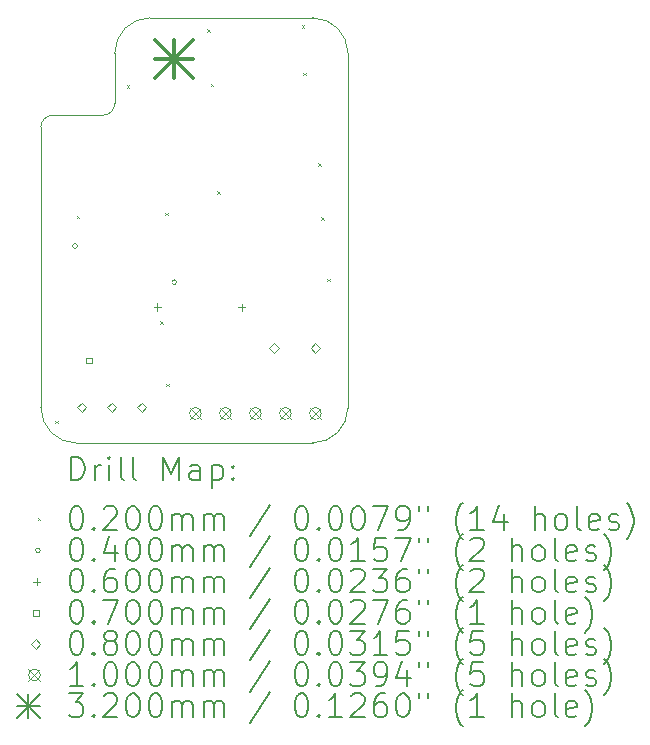
<source format=gbr>
%TF.GenerationSoftware,KiCad,Pcbnew,8.0.2*%
%TF.CreationDate,2024-05-30T14:18:01+02:00*%
%TF.ProjectId,MPPT_solar_charger_expansion_board,4d505054-5f73-46f6-9c61-725f63686172,1.00*%
%TF.SameCoordinates,Original*%
%TF.FileFunction,Drillmap*%
%TF.FilePolarity,Positive*%
%FSLAX45Y45*%
G04 Gerber Fmt 4.5, Leading zero omitted, Abs format (unit mm)*
G04 Created by KiCad (PCBNEW 8.0.2) date 2024-05-30 14:18:01*
%MOMM*%
%LPD*%
G01*
G04 APERTURE LIST*
%ADD10C,0.100000*%
%ADD11C,0.200000*%
%ADD12C,0.320000*%
G04 APERTURE END LIST*
D10*
X13417800Y-11339640D02*
X15417800Y-11339640D01*
X15717800Y-11039640D02*
X15717800Y-8039640D01*
X13742800Y-8039640D02*
X13742800Y-8464640D01*
X13642800Y-8564640D02*
X13217800Y-8564640D01*
X13417800Y-11339640D02*
G75*
G02*
X13117800Y-11039640I0J300000D01*
G01*
X13117800Y-8664640D02*
X13117800Y-11039640D01*
X15417800Y-7739640D02*
G75*
G02*
X15717800Y-8039640I0J-300000D01*
G01*
X13742800Y-8039640D02*
G75*
G02*
X14042800Y-7739640I300000J0D01*
G01*
X15717800Y-11039640D02*
G75*
G02*
X15417800Y-11339640I-300000J0D01*
G01*
X13742800Y-8464640D02*
G75*
G02*
X13642800Y-8564640I-100000J0D01*
G01*
X13117800Y-8664640D02*
G75*
G02*
X13217800Y-8564640I100000J0D01*
G01*
X15417800Y-7739640D02*
X14042800Y-7739640D01*
D11*
D10*
X13240840Y-11150520D02*
X13260840Y-11170520D01*
X13260840Y-11150520D02*
X13240840Y-11170520D01*
X13423720Y-9418240D02*
X13443720Y-9438240D01*
X13443720Y-9418240D02*
X13423720Y-9438240D01*
X13845360Y-8310800D02*
X13865360Y-8330800D01*
X13865360Y-8310800D02*
X13845360Y-8330800D01*
X14129840Y-10310170D02*
X14149840Y-10330170D01*
X14149840Y-10310170D02*
X14129840Y-10330170D01*
X14170480Y-9392840D02*
X14190480Y-9412840D01*
X14190480Y-9392840D02*
X14170480Y-9412840D01*
X14180640Y-10840640D02*
X14200640Y-10860640D01*
X14200640Y-10840640D02*
X14180640Y-10860640D01*
X14526080Y-7838360D02*
X14546080Y-7858360D01*
X14546080Y-7838360D02*
X14526080Y-7858360D01*
X14556560Y-8300640D02*
X14576560Y-8320640D01*
X14576560Y-8300640D02*
X14556560Y-8320640D01*
X14612440Y-9209960D02*
X14632440Y-9229960D01*
X14632440Y-9209960D02*
X14612440Y-9229960D01*
X15328720Y-7802800D02*
X15348720Y-7822800D01*
X15348720Y-7802800D02*
X15328720Y-7822800D01*
X15338880Y-8204120D02*
X15358880Y-8224120D01*
X15358880Y-8204120D02*
X15338880Y-8224120D01*
X15465880Y-8971200D02*
X15485880Y-8991200D01*
X15485880Y-8971200D02*
X15465880Y-8991200D01*
X15491280Y-9428400D02*
X15511280Y-9448400D01*
X15511280Y-9428400D02*
X15491280Y-9448400D01*
X15542080Y-9951640D02*
X15562080Y-9971640D01*
X15562080Y-9951640D02*
X15542080Y-9971640D01*
X13425800Y-9672320D02*
G75*
G02*
X13385800Y-9672320I-20000J0D01*
G01*
X13385800Y-9672320D02*
G75*
G02*
X13425800Y-9672320I20000J0D01*
G01*
X14266609Y-9977620D02*
G75*
G02*
X14226609Y-9977620I-20000J0D01*
G01*
X14226609Y-9977620D02*
G75*
G02*
X14266609Y-9977620I20000J0D01*
G01*
X14103215Y-10158382D02*
X14103215Y-10218382D01*
X14073215Y-10188382D02*
X14133215Y-10188382D01*
X14817800Y-10159640D02*
X14817800Y-10219640D01*
X14787800Y-10189640D02*
X14847800Y-10189640D01*
X13546409Y-10665889D02*
X13546409Y-10616391D01*
X13496911Y-10616391D01*
X13496911Y-10665889D01*
X13546409Y-10665889D01*
X13463000Y-11078840D02*
X13503000Y-11038840D01*
X13463000Y-10998840D01*
X13423000Y-11038840D01*
X13463000Y-11078840D01*
X13717000Y-11078840D02*
X13757000Y-11038840D01*
X13717000Y-10998840D01*
X13677000Y-11038840D01*
X13717000Y-11078840D01*
X13971000Y-11078840D02*
X14011000Y-11038840D01*
X13971000Y-10998840D01*
X13931000Y-11038840D01*
X13971000Y-11078840D01*
X15092800Y-10575680D02*
X15132800Y-10535680D01*
X15092800Y-10495680D01*
X15052800Y-10535680D01*
X15092800Y-10575680D01*
X15442800Y-10575680D02*
X15482800Y-10535680D01*
X15442800Y-10495680D01*
X15402800Y-10535680D01*
X15442800Y-10575680D01*
X14376800Y-11039640D02*
X14476800Y-11139640D01*
X14476800Y-11039640D02*
X14376800Y-11139640D01*
X14476800Y-11089640D02*
G75*
G02*
X14376800Y-11089640I-50000J0D01*
G01*
X14376800Y-11089640D02*
G75*
G02*
X14476800Y-11089640I50000J0D01*
G01*
X14630800Y-11039640D02*
X14730800Y-11139640D01*
X14730800Y-11039640D02*
X14630800Y-11139640D01*
X14730800Y-11089640D02*
G75*
G02*
X14630800Y-11089640I-50000J0D01*
G01*
X14630800Y-11089640D02*
G75*
G02*
X14730800Y-11089640I50000J0D01*
G01*
X14884800Y-11039640D02*
X14984800Y-11139640D01*
X14984800Y-11039640D02*
X14884800Y-11139640D01*
X14984800Y-11089640D02*
G75*
G02*
X14884800Y-11089640I-50000J0D01*
G01*
X14884800Y-11089640D02*
G75*
G02*
X14984800Y-11089640I50000J0D01*
G01*
X15138800Y-11039640D02*
X15238800Y-11139640D01*
X15238800Y-11039640D02*
X15138800Y-11139640D01*
X15238800Y-11089640D02*
G75*
G02*
X15138800Y-11089640I-50000J0D01*
G01*
X15138800Y-11089640D02*
G75*
G02*
X15238800Y-11089640I50000J0D01*
G01*
X15392800Y-11039640D02*
X15492800Y-11139640D01*
X15492800Y-11039640D02*
X15392800Y-11139640D01*
X15492800Y-11089640D02*
G75*
G02*
X15392800Y-11089640I-50000J0D01*
G01*
X15392800Y-11089640D02*
G75*
G02*
X15492800Y-11089640I50000J0D01*
G01*
D12*
X14082800Y-7929640D02*
X14402800Y-8249640D01*
X14402800Y-7929640D02*
X14082800Y-8249640D01*
X14242800Y-7929640D02*
X14242800Y-8249640D01*
X14082800Y-8089640D02*
X14402800Y-8089640D01*
D11*
X13373577Y-11656124D02*
X13373577Y-11456124D01*
X13373577Y-11456124D02*
X13421196Y-11456124D01*
X13421196Y-11456124D02*
X13449767Y-11465648D01*
X13449767Y-11465648D02*
X13468815Y-11484695D01*
X13468815Y-11484695D02*
X13478339Y-11503743D01*
X13478339Y-11503743D02*
X13487862Y-11541838D01*
X13487862Y-11541838D02*
X13487862Y-11570409D01*
X13487862Y-11570409D02*
X13478339Y-11608505D01*
X13478339Y-11608505D02*
X13468815Y-11627552D01*
X13468815Y-11627552D02*
X13449767Y-11646600D01*
X13449767Y-11646600D02*
X13421196Y-11656124D01*
X13421196Y-11656124D02*
X13373577Y-11656124D01*
X13573577Y-11656124D02*
X13573577Y-11522790D01*
X13573577Y-11560886D02*
X13583101Y-11541838D01*
X13583101Y-11541838D02*
X13592624Y-11532314D01*
X13592624Y-11532314D02*
X13611672Y-11522790D01*
X13611672Y-11522790D02*
X13630720Y-11522790D01*
X13697386Y-11656124D02*
X13697386Y-11522790D01*
X13697386Y-11456124D02*
X13687862Y-11465648D01*
X13687862Y-11465648D02*
X13697386Y-11475171D01*
X13697386Y-11475171D02*
X13706910Y-11465648D01*
X13706910Y-11465648D02*
X13697386Y-11456124D01*
X13697386Y-11456124D02*
X13697386Y-11475171D01*
X13821196Y-11656124D02*
X13802148Y-11646600D01*
X13802148Y-11646600D02*
X13792624Y-11627552D01*
X13792624Y-11627552D02*
X13792624Y-11456124D01*
X13925958Y-11656124D02*
X13906910Y-11646600D01*
X13906910Y-11646600D02*
X13897386Y-11627552D01*
X13897386Y-11627552D02*
X13897386Y-11456124D01*
X14154529Y-11656124D02*
X14154529Y-11456124D01*
X14154529Y-11456124D02*
X14221196Y-11598981D01*
X14221196Y-11598981D02*
X14287862Y-11456124D01*
X14287862Y-11456124D02*
X14287862Y-11656124D01*
X14468815Y-11656124D02*
X14468815Y-11551362D01*
X14468815Y-11551362D02*
X14459291Y-11532314D01*
X14459291Y-11532314D02*
X14440243Y-11522790D01*
X14440243Y-11522790D02*
X14402148Y-11522790D01*
X14402148Y-11522790D02*
X14383101Y-11532314D01*
X14468815Y-11646600D02*
X14449767Y-11656124D01*
X14449767Y-11656124D02*
X14402148Y-11656124D01*
X14402148Y-11656124D02*
X14383101Y-11646600D01*
X14383101Y-11646600D02*
X14373577Y-11627552D01*
X14373577Y-11627552D02*
X14373577Y-11608505D01*
X14373577Y-11608505D02*
X14383101Y-11589457D01*
X14383101Y-11589457D02*
X14402148Y-11579933D01*
X14402148Y-11579933D02*
X14449767Y-11579933D01*
X14449767Y-11579933D02*
X14468815Y-11570409D01*
X14564053Y-11522790D02*
X14564053Y-11722790D01*
X14564053Y-11532314D02*
X14583101Y-11522790D01*
X14583101Y-11522790D02*
X14621196Y-11522790D01*
X14621196Y-11522790D02*
X14640243Y-11532314D01*
X14640243Y-11532314D02*
X14649767Y-11541838D01*
X14649767Y-11541838D02*
X14659291Y-11560886D01*
X14659291Y-11560886D02*
X14659291Y-11618028D01*
X14659291Y-11618028D02*
X14649767Y-11637076D01*
X14649767Y-11637076D02*
X14640243Y-11646600D01*
X14640243Y-11646600D02*
X14621196Y-11656124D01*
X14621196Y-11656124D02*
X14583101Y-11656124D01*
X14583101Y-11656124D02*
X14564053Y-11646600D01*
X14745005Y-11637076D02*
X14754529Y-11646600D01*
X14754529Y-11646600D02*
X14745005Y-11656124D01*
X14745005Y-11656124D02*
X14735482Y-11646600D01*
X14735482Y-11646600D02*
X14745005Y-11637076D01*
X14745005Y-11637076D02*
X14745005Y-11656124D01*
X14745005Y-11532314D02*
X14754529Y-11541838D01*
X14754529Y-11541838D02*
X14745005Y-11551362D01*
X14745005Y-11551362D02*
X14735482Y-11541838D01*
X14735482Y-11541838D02*
X14745005Y-11532314D01*
X14745005Y-11532314D02*
X14745005Y-11551362D01*
D10*
X13092800Y-11974640D02*
X13112800Y-11994640D01*
X13112800Y-11974640D02*
X13092800Y-11994640D01*
D11*
X13411672Y-11876124D02*
X13430720Y-11876124D01*
X13430720Y-11876124D02*
X13449767Y-11885648D01*
X13449767Y-11885648D02*
X13459291Y-11895171D01*
X13459291Y-11895171D02*
X13468815Y-11914219D01*
X13468815Y-11914219D02*
X13478339Y-11952314D01*
X13478339Y-11952314D02*
X13478339Y-11999933D01*
X13478339Y-11999933D02*
X13468815Y-12038028D01*
X13468815Y-12038028D02*
X13459291Y-12057076D01*
X13459291Y-12057076D02*
X13449767Y-12066600D01*
X13449767Y-12066600D02*
X13430720Y-12076124D01*
X13430720Y-12076124D02*
X13411672Y-12076124D01*
X13411672Y-12076124D02*
X13392624Y-12066600D01*
X13392624Y-12066600D02*
X13383101Y-12057076D01*
X13383101Y-12057076D02*
X13373577Y-12038028D01*
X13373577Y-12038028D02*
X13364053Y-11999933D01*
X13364053Y-11999933D02*
X13364053Y-11952314D01*
X13364053Y-11952314D02*
X13373577Y-11914219D01*
X13373577Y-11914219D02*
X13383101Y-11895171D01*
X13383101Y-11895171D02*
X13392624Y-11885648D01*
X13392624Y-11885648D02*
X13411672Y-11876124D01*
X13564053Y-12057076D02*
X13573577Y-12066600D01*
X13573577Y-12066600D02*
X13564053Y-12076124D01*
X13564053Y-12076124D02*
X13554529Y-12066600D01*
X13554529Y-12066600D02*
X13564053Y-12057076D01*
X13564053Y-12057076D02*
X13564053Y-12076124D01*
X13649767Y-11895171D02*
X13659291Y-11885648D01*
X13659291Y-11885648D02*
X13678339Y-11876124D01*
X13678339Y-11876124D02*
X13725958Y-11876124D01*
X13725958Y-11876124D02*
X13745005Y-11885648D01*
X13745005Y-11885648D02*
X13754529Y-11895171D01*
X13754529Y-11895171D02*
X13764053Y-11914219D01*
X13764053Y-11914219D02*
X13764053Y-11933267D01*
X13764053Y-11933267D02*
X13754529Y-11961838D01*
X13754529Y-11961838D02*
X13640243Y-12076124D01*
X13640243Y-12076124D02*
X13764053Y-12076124D01*
X13887862Y-11876124D02*
X13906910Y-11876124D01*
X13906910Y-11876124D02*
X13925958Y-11885648D01*
X13925958Y-11885648D02*
X13935482Y-11895171D01*
X13935482Y-11895171D02*
X13945005Y-11914219D01*
X13945005Y-11914219D02*
X13954529Y-11952314D01*
X13954529Y-11952314D02*
X13954529Y-11999933D01*
X13954529Y-11999933D02*
X13945005Y-12038028D01*
X13945005Y-12038028D02*
X13935482Y-12057076D01*
X13935482Y-12057076D02*
X13925958Y-12066600D01*
X13925958Y-12066600D02*
X13906910Y-12076124D01*
X13906910Y-12076124D02*
X13887862Y-12076124D01*
X13887862Y-12076124D02*
X13868815Y-12066600D01*
X13868815Y-12066600D02*
X13859291Y-12057076D01*
X13859291Y-12057076D02*
X13849767Y-12038028D01*
X13849767Y-12038028D02*
X13840243Y-11999933D01*
X13840243Y-11999933D02*
X13840243Y-11952314D01*
X13840243Y-11952314D02*
X13849767Y-11914219D01*
X13849767Y-11914219D02*
X13859291Y-11895171D01*
X13859291Y-11895171D02*
X13868815Y-11885648D01*
X13868815Y-11885648D02*
X13887862Y-11876124D01*
X14078339Y-11876124D02*
X14097386Y-11876124D01*
X14097386Y-11876124D02*
X14116434Y-11885648D01*
X14116434Y-11885648D02*
X14125958Y-11895171D01*
X14125958Y-11895171D02*
X14135482Y-11914219D01*
X14135482Y-11914219D02*
X14145005Y-11952314D01*
X14145005Y-11952314D02*
X14145005Y-11999933D01*
X14145005Y-11999933D02*
X14135482Y-12038028D01*
X14135482Y-12038028D02*
X14125958Y-12057076D01*
X14125958Y-12057076D02*
X14116434Y-12066600D01*
X14116434Y-12066600D02*
X14097386Y-12076124D01*
X14097386Y-12076124D02*
X14078339Y-12076124D01*
X14078339Y-12076124D02*
X14059291Y-12066600D01*
X14059291Y-12066600D02*
X14049767Y-12057076D01*
X14049767Y-12057076D02*
X14040243Y-12038028D01*
X14040243Y-12038028D02*
X14030720Y-11999933D01*
X14030720Y-11999933D02*
X14030720Y-11952314D01*
X14030720Y-11952314D02*
X14040243Y-11914219D01*
X14040243Y-11914219D02*
X14049767Y-11895171D01*
X14049767Y-11895171D02*
X14059291Y-11885648D01*
X14059291Y-11885648D02*
X14078339Y-11876124D01*
X14230720Y-12076124D02*
X14230720Y-11942790D01*
X14230720Y-11961838D02*
X14240243Y-11952314D01*
X14240243Y-11952314D02*
X14259291Y-11942790D01*
X14259291Y-11942790D02*
X14287863Y-11942790D01*
X14287863Y-11942790D02*
X14306910Y-11952314D01*
X14306910Y-11952314D02*
X14316434Y-11971362D01*
X14316434Y-11971362D02*
X14316434Y-12076124D01*
X14316434Y-11971362D02*
X14325958Y-11952314D01*
X14325958Y-11952314D02*
X14345005Y-11942790D01*
X14345005Y-11942790D02*
X14373577Y-11942790D01*
X14373577Y-11942790D02*
X14392624Y-11952314D01*
X14392624Y-11952314D02*
X14402148Y-11971362D01*
X14402148Y-11971362D02*
X14402148Y-12076124D01*
X14497386Y-12076124D02*
X14497386Y-11942790D01*
X14497386Y-11961838D02*
X14506910Y-11952314D01*
X14506910Y-11952314D02*
X14525958Y-11942790D01*
X14525958Y-11942790D02*
X14554529Y-11942790D01*
X14554529Y-11942790D02*
X14573577Y-11952314D01*
X14573577Y-11952314D02*
X14583101Y-11971362D01*
X14583101Y-11971362D02*
X14583101Y-12076124D01*
X14583101Y-11971362D02*
X14592624Y-11952314D01*
X14592624Y-11952314D02*
X14611672Y-11942790D01*
X14611672Y-11942790D02*
X14640243Y-11942790D01*
X14640243Y-11942790D02*
X14659291Y-11952314D01*
X14659291Y-11952314D02*
X14668815Y-11971362D01*
X14668815Y-11971362D02*
X14668815Y-12076124D01*
X15059291Y-11866600D02*
X14887863Y-12123743D01*
X15316434Y-11876124D02*
X15335482Y-11876124D01*
X15335482Y-11876124D02*
X15354529Y-11885648D01*
X15354529Y-11885648D02*
X15364053Y-11895171D01*
X15364053Y-11895171D02*
X15373577Y-11914219D01*
X15373577Y-11914219D02*
X15383101Y-11952314D01*
X15383101Y-11952314D02*
X15383101Y-11999933D01*
X15383101Y-11999933D02*
X15373577Y-12038028D01*
X15373577Y-12038028D02*
X15364053Y-12057076D01*
X15364053Y-12057076D02*
X15354529Y-12066600D01*
X15354529Y-12066600D02*
X15335482Y-12076124D01*
X15335482Y-12076124D02*
X15316434Y-12076124D01*
X15316434Y-12076124D02*
X15297386Y-12066600D01*
X15297386Y-12066600D02*
X15287863Y-12057076D01*
X15287863Y-12057076D02*
X15278339Y-12038028D01*
X15278339Y-12038028D02*
X15268815Y-11999933D01*
X15268815Y-11999933D02*
X15268815Y-11952314D01*
X15268815Y-11952314D02*
X15278339Y-11914219D01*
X15278339Y-11914219D02*
X15287863Y-11895171D01*
X15287863Y-11895171D02*
X15297386Y-11885648D01*
X15297386Y-11885648D02*
X15316434Y-11876124D01*
X15468815Y-12057076D02*
X15478339Y-12066600D01*
X15478339Y-12066600D02*
X15468815Y-12076124D01*
X15468815Y-12076124D02*
X15459291Y-12066600D01*
X15459291Y-12066600D02*
X15468815Y-12057076D01*
X15468815Y-12057076D02*
X15468815Y-12076124D01*
X15602148Y-11876124D02*
X15621196Y-11876124D01*
X15621196Y-11876124D02*
X15640244Y-11885648D01*
X15640244Y-11885648D02*
X15649767Y-11895171D01*
X15649767Y-11895171D02*
X15659291Y-11914219D01*
X15659291Y-11914219D02*
X15668815Y-11952314D01*
X15668815Y-11952314D02*
X15668815Y-11999933D01*
X15668815Y-11999933D02*
X15659291Y-12038028D01*
X15659291Y-12038028D02*
X15649767Y-12057076D01*
X15649767Y-12057076D02*
X15640244Y-12066600D01*
X15640244Y-12066600D02*
X15621196Y-12076124D01*
X15621196Y-12076124D02*
X15602148Y-12076124D01*
X15602148Y-12076124D02*
X15583101Y-12066600D01*
X15583101Y-12066600D02*
X15573577Y-12057076D01*
X15573577Y-12057076D02*
X15564053Y-12038028D01*
X15564053Y-12038028D02*
X15554529Y-11999933D01*
X15554529Y-11999933D02*
X15554529Y-11952314D01*
X15554529Y-11952314D02*
X15564053Y-11914219D01*
X15564053Y-11914219D02*
X15573577Y-11895171D01*
X15573577Y-11895171D02*
X15583101Y-11885648D01*
X15583101Y-11885648D02*
X15602148Y-11876124D01*
X15792625Y-11876124D02*
X15811672Y-11876124D01*
X15811672Y-11876124D02*
X15830720Y-11885648D01*
X15830720Y-11885648D02*
X15840244Y-11895171D01*
X15840244Y-11895171D02*
X15849767Y-11914219D01*
X15849767Y-11914219D02*
X15859291Y-11952314D01*
X15859291Y-11952314D02*
X15859291Y-11999933D01*
X15859291Y-11999933D02*
X15849767Y-12038028D01*
X15849767Y-12038028D02*
X15840244Y-12057076D01*
X15840244Y-12057076D02*
X15830720Y-12066600D01*
X15830720Y-12066600D02*
X15811672Y-12076124D01*
X15811672Y-12076124D02*
X15792625Y-12076124D01*
X15792625Y-12076124D02*
X15773577Y-12066600D01*
X15773577Y-12066600D02*
X15764053Y-12057076D01*
X15764053Y-12057076D02*
X15754529Y-12038028D01*
X15754529Y-12038028D02*
X15745006Y-11999933D01*
X15745006Y-11999933D02*
X15745006Y-11952314D01*
X15745006Y-11952314D02*
X15754529Y-11914219D01*
X15754529Y-11914219D02*
X15764053Y-11895171D01*
X15764053Y-11895171D02*
X15773577Y-11885648D01*
X15773577Y-11885648D02*
X15792625Y-11876124D01*
X15925958Y-11876124D02*
X16059291Y-11876124D01*
X16059291Y-11876124D02*
X15973577Y-12076124D01*
X16145006Y-12076124D02*
X16183101Y-12076124D01*
X16183101Y-12076124D02*
X16202148Y-12066600D01*
X16202148Y-12066600D02*
X16211672Y-12057076D01*
X16211672Y-12057076D02*
X16230720Y-12028505D01*
X16230720Y-12028505D02*
X16240244Y-11990409D01*
X16240244Y-11990409D02*
X16240244Y-11914219D01*
X16240244Y-11914219D02*
X16230720Y-11895171D01*
X16230720Y-11895171D02*
X16221196Y-11885648D01*
X16221196Y-11885648D02*
X16202148Y-11876124D01*
X16202148Y-11876124D02*
X16164053Y-11876124D01*
X16164053Y-11876124D02*
X16145006Y-11885648D01*
X16145006Y-11885648D02*
X16135482Y-11895171D01*
X16135482Y-11895171D02*
X16125958Y-11914219D01*
X16125958Y-11914219D02*
X16125958Y-11961838D01*
X16125958Y-11961838D02*
X16135482Y-11980886D01*
X16135482Y-11980886D02*
X16145006Y-11990409D01*
X16145006Y-11990409D02*
X16164053Y-11999933D01*
X16164053Y-11999933D02*
X16202148Y-11999933D01*
X16202148Y-11999933D02*
X16221196Y-11990409D01*
X16221196Y-11990409D02*
X16230720Y-11980886D01*
X16230720Y-11980886D02*
X16240244Y-11961838D01*
X16316434Y-11876124D02*
X16316434Y-11914219D01*
X16392625Y-11876124D02*
X16392625Y-11914219D01*
X16687863Y-12152314D02*
X16678339Y-12142790D01*
X16678339Y-12142790D02*
X16659291Y-12114219D01*
X16659291Y-12114219D02*
X16649768Y-12095171D01*
X16649768Y-12095171D02*
X16640244Y-12066600D01*
X16640244Y-12066600D02*
X16630720Y-12018981D01*
X16630720Y-12018981D02*
X16630720Y-11980886D01*
X16630720Y-11980886D02*
X16640244Y-11933267D01*
X16640244Y-11933267D02*
X16649768Y-11904695D01*
X16649768Y-11904695D02*
X16659291Y-11885648D01*
X16659291Y-11885648D02*
X16678339Y-11857076D01*
X16678339Y-11857076D02*
X16687863Y-11847552D01*
X16868815Y-12076124D02*
X16754529Y-12076124D01*
X16811672Y-12076124D02*
X16811672Y-11876124D01*
X16811672Y-11876124D02*
X16792625Y-11904695D01*
X16792625Y-11904695D02*
X16773577Y-11923743D01*
X16773577Y-11923743D02*
X16754529Y-11933267D01*
X17040244Y-11942790D02*
X17040244Y-12076124D01*
X16992625Y-11866600D02*
X16945006Y-12009457D01*
X16945006Y-12009457D02*
X17068815Y-12009457D01*
X17297387Y-12076124D02*
X17297387Y-11876124D01*
X17383101Y-12076124D02*
X17383101Y-11971362D01*
X17383101Y-11971362D02*
X17373577Y-11952314D01*
X17373577Y-11952314D02*
X17354530Y-11942790D01*
X17354530Y-11942790D02*
X17325958Y-11942790D01*
X17325958Y-11942790D02*
X17306911Y-11952314D01*
X17306911Y-11952314D02*
X17297387Y-11961838D01*
X17506911Y-12076124D02*
X17487863Y-12066600D01*
X17487863Y-12066600D02*
X17478339Y-12057076D01*
X17478339Y-12057076D02*
X17468815Y-12038028D01*
X17468815Y-12038028D02*
X17468815Y-11980886D01*
X17468815Y-11980886D02*
X17478339Y-11961838D01*
X17478339Y-11961838D02*
X17487863Y-11952314D01*
X17487863Y-11952314D02*
X17506911Y-11942790D01*
X17506911Y-11942790D02*
X17535482Y-11942790D01*
X17535482Y-11942790D02*
X17554530Y-11952314D01*
X17554530Y-11952314D02*
X17564053Y-11961838D01*
X17564053Y-11961838D02*
X17573577Y-11980886D01*
X17573577Y-11980886D02*
X17573577Y-12038028D01*
X17573577Y-12038028D02*
X17564053Y-12057076D01*
X17564053Y-12057076D02*
X17554530Y-12066600D01*
X17554530Y-12066600D02*
X17535482Y-12076124D01*
X17535482Y-12076124D02*
X17506911Y-12076124D01*
X17687863Y-12076124D02*
X17668815Y-12066600D01*
X17668815Y-12066600D02*
X17659292Y-12047552D01*
X17659292Y-12047552D02*
X17659292Y-11876124D01*
X17840244Y-12066600D02*
X17821196Y-12076124D01*
X17821196Y-12076124D02*
X17783101Y-12076124D01*
X17783101Y-12076124D02*
X17764053Y-12066600D01*
X17764053Y-12066600D02*
X17754530Y-12047552D01*
X17754530Y-12047552D02*
X17754530Y-11971362D01*
X17754530Y-11971362D02*
X17764053Y-11952314D01*
X17764053Y-11952314D02*
X17783101Y-11942790D01*
X17783101Y-11942790D02*
X17821196Y-11942790D01*
X17821196Y-11942790D02*
X17840244Y-11952314D01*
X17840244Y-11952314D02*
X17849768Y-11971362D01*
X17849768Y-11971362D02*
X17849768Y-11990409D01*
X17849768Y-11990409D02*
X17754530Y-12009457D01*
X17925958Y-12066600D02*
X17945006Y-12076124D01*
X17945006Y-12076124D02*
X17983101Y-12076124D01*
X17983101Y-12076124D02*
X18002149Y-12066600D01*
X18002149Y-12066600D02*
X18011673Y-12047552D01*
X18011673Y-12047552D02*
X18011673Y-12038028D01*
X18011673Y-12038028D02*
X18002149Y-12018981D01*
X18002149Y-12018981D02*
X17983101Y-12009457D01*
X17983101Y-12009457D02*
X17954530Y-12009457D01*
X17954530Y-12009457D02*
X17935482Y-11999933D01*
X17935482Y-11999933D02*
X17925958Y-11980886D01*
X17925958Y-11980886D02*
X17925958Y-11971362D01*
X17925958Y-11971362D02*
X17935482Y-11952314D01*
X17935482Y-11952314D02*
X17954530Y-11942790D01*
X17954530Y-11942790D02*
X17983101Y-11942790D01*
X17983101Y-11942790D02*
X18002149Y-11952314D01*
X18078339Y-12152314D02*
X18087863Y-12142790D01*
X18087863Y-12142790D02*
X18106911Y-12114219D01*
X18106911Y-12114219D02*
X18116434Y-12095171D01*
X18116434Y-12095171D02*
X18125958Y-12066600D01*
X18125958Y-12066600D02*
X18135482Y-12018981D01*
X18135482Y-12018981D02*
X18135482Y-11980886D01*
X18135482Y-11980886D02*
X18125958Y-11933267D01*
X18125958Y-11933267D02*
X18116434Y-11904695D01*
X18116434Y-11904695D02*
X18106911Y-11885648D01*
X18106911Y-11885648D02*
X18087863Y-11857076D01*
X18087863Y-11857076D02*
X18078339Y-11847552D01*
D10*
X13112800Y-12248640D02*
G75*
G02*
X13072800Y-12248640I-20000J0D01*
G01*
X13072800Y-12248640D02*
G75*
G02*
X13112800Y-12248640I20000J0D01*
G01*
D11*
X13411672Y-12140124D02*
X13430720Y-12140124D01*
X13430720Y-12140124D02*
X13449767Y-12149648D01*
X13449767Y-12149648D02*
X13459291Y-12159171D01*
X13459291Y-12159171D02*
X13468815Y-12178219D01*
X13468815Y-12178219D02*
X13478339Y-12216314D01*
X13478339Y-12216314D02*
X13478339Y-12263933D01*
X13478339Y-12263933D02*
X13468815Y-12302028D01*
X13468815Y-12302028D02*
X13459291Y-12321076D01*
X13459291Y-12321076D02*
X13449767Y-12330600D01*
X13449767Y-12330600D02*
X13430720Y-12340124D01*
X13430720Y-12340124D02*
X13411672Y-12340124D01*
X13411672Y-12340124D02*
X13392624Y-12330600D01*
X13392624Y-12330600D02*
X13383101Y-12321076D01*
X13383101Y-12321076D02*
X13373577Y-12302028D01*
X13373577Y-12302028D02*
X13364053Y-12263933D01*
X13364053Y-12263933D02*
X13364053Y-12216314D01*
X13364053Y-12216314D02*
X13373577Y-12178219D01*
X13373577Y-12178219D02*
X13383101Y-12159171D01*
X13383101Y-12159171D02*
X13392624Y-12149648D01*
X13392624Y-12149648D02*
X13411672Y-12140124D01*
X13564053Y-12321076D02*
X13573577Y-12330600D01*
X13573577Y-12330600D02*
X13564053Y-12340124D01*
X13564053Y-12340124D02*
X13554529Y-12330600D01*
X13554529Y-12330600D02*
X13564053Y-12321076D01*
X13564053Y-12321076D02*
X13564053Y-12340124D01*
X13745005Y-12206790D02*
X13745005Y-12340124D01*
X13697386Y-12130600D02*
X13649767Y-12273457D01*
X13649767Y-12273457D02*
X13773577Y-12273457D01*
X13887862Y-12140124D02*
X13906910Y-12140124D01*
X13906910Y-12140124D02*
X13925958Y-12149648D01*
X13925958Y-12149648D02*
X13935482Y-12159171D01*
X13935482Y-12159171D02*
X13945005Y-12178219D01*
X13945005Y-12178219D02*
X13954529Y-12216314D01*
X13954529Y-12216314D02*
X13954529Y-12263933D01*
X13954529Y-12263933D02*
X13945005Y-12302028D01*
X13945005Y-12302028D02*
X13935482Y-12321076D01*
X13935482Y-12321076D02*
X13925958Y-12330600D01*
X13925958Y-12330600D02*
X13906910Y-12340124D01*
X13906910Y-12340124D02*
X13887862Y-12340124D01*
X13887862Y-12340124D02*
X13868815Y-12330600D01*
X13868815Y-12330600D02*
X13859291Y-12321076D01*
X13859291Y-12321076D02*
X13849767Y-12302028D01*
X13849767Y-12302028D02*
X13840243Y-12263933D01*
X13840243Y-12263933D02*
X13840243Y-12216314D01*
X13840243Y-12216314D02*
X13849767Y-12178219D01*
X13849767Y-12178219D02*
X13859291Y-12159171D01*
X13859291Y-12159171D02*
X13868815Y-12149648D01*
X13868815Y-12149648D02*
X13887862Y-12140124D01*
X14078339Y-12140124D02*
X14097386Y-12140124D01*
X14097386Y-12140124D02*
X14116434Y-12149648D01*
X14116434Y-12149648D02*
X14125958Y-12159171D01*
X14125958Y-12159171D02*
X14135482Y-12178219D01*
X14135482Y-12178219D02*
X14145005Y-12216314D01*
X14145005Y-12216314D02*
X14145005Y-12263933D01*
X14145005Y-12263933D02*
X14135482Y-12302028D01*
X14135482Y-12302028D02*
X14125958Y-12321076D01*
X14125958Y-12321076D02*
X14116434Y-12330600D01*
X14116434Y-12330600D02*
X14097386Y-12340124D01*
X14097386Y-12340124D02*
X14078339Y-12340124D01*
X14078339Y-12340124D02*
X14059291Y-12330600D01*
X14059291Y-12330600D02*
X14049767Y-12321076D01*
X14049767Y-12321076D02*
X14040243Y-12302028D01*
X14040243Y-12302028D02*
X14030720Y-12263933D01*
X14030720Y-12263933D02*
X14030720Y-12216314D01*
X14030720Y-12216314D02*
X14040243Y-12178219D01*
X14040243Y-12178219D02*
X14049767Y-12159171D01*
X14049767Y-12159171D02*
X14059291Y-12149648D01*
X14059291Y-12149648D02*
X14078339Y-12140124D01*
X14230720Y-12340124D02*
X14230720Y-12206790D01*
X14230720Y-12225838D02*
X14240243Y-12216314D01*
X14240243Y-12216314D02*
X14259291Y-12206790D01*
X14259291Y-12206790D02*
X14287863Y-12206790D01*
X14287863Y-12206790D02*
X14306910Y-12216314D01*
X14306910Y-12216314D02*
X14316434Y-12235362D01*
X14316434Y-12235362D02*
X14316434Y-12340124D01*
X14316434Y-12235362D02*
X14325958Y-12216314D01*
X14325958Y-12216314D02*
X14345005Y-12206790D01*
X14345005Y-12206790D02*
X14373577Y-12206790D01*
X14373577Y-12206790D02*
X14392624Y-12216314D01*
X14392624Y-12216314D02*
X14402148Y-12235362D01*
X14402148Y-12235362D02*
X14402148Y-12340124D01*
X14497386Y-12340124D02*
X14497386Y-12206790D01*
X14497386Y-12225838D02*
X14506910Y-12216314D01*
X14506910Y-12216314D02*
X14525958Y-12206790D01*
X14525958Y-12206790D02*
X14554529Y-12206790D01*
X14554529Y-12206790D02*
X14573577Y-12216314D01*
X14573577Y-12216314D02*
X14583101Y-12235362D01*
X14583101Y-12235362D02*
X14583101Y-12340124D01*
X14583101Y-12235362D02*
X14592624Y-12216314D01*
X14592624Y-12216314D02*
X14611672Y-12206790D01*
X14611672Y-12206790D02*
X14640243Y-12206790D01*
X14640243Y-12206790D02*
X14659291Y-12216314D01*
X14659291Y-12216314D02*
X14668815Y-12235362D01*
X14668815Y-12235362D02*
X14668815Y-12340124D01*
X15059291Y-12130600D02*
X14887863Y-12387743D01*
X15316434Y-12140124D02*
X15335482Y-12140124D01*
X15335482Y-12140124D02*
X15354529Y-12149648D01*
X15354529Y-12149648D02*
X15364053Y-12159171D01*
X15364053Y-12159171D02*
X15373577Y-12178219D01*
X15373577Y-12178219D02*
X15383101Y-12216314D01*
X15383101Y-12216314D02*
X15383101Y-12263933D01*
X15383101Y-12263933D02*
X15373577Y-12302028D01*
X15373577Y-12302028D02*
X15364053Y-12321076D01*
X15364053Y-12321076D02*
X15354529Y-12330600D01*
X15354529Y-12330600D02*
X15335482Y-12340124D01*
X15335482Y-12340124D02*
X15316434Y-12340124D01*
X15316434Y-12340124D02*
X15297386Y-12330600D01*
X15297386Y-12330600D02*
X15287863Y-12321076D01*
X15287863Y-12321076D02*
X15278339Y-12302028D01*
X15278339Y-12302028D02*
X15268815Y-12263933D01*
X15268815Y-12263933D02*
X15268815Y-12216314D01*
X15268815Y-12216314D02*
X15278339Y-12178219D01*
X15278339Y-12178219D02*
X15287863Y-12159171D01*
X15287863Y-12159171D02*
X15297386Y-12149648D01*
X15297386Y-12149648D02*
X15316434Y-12140124D01*
X15468815Y-12321076D02*
X15478339Y-12330600D01*
X15478339Y-12330600D02*
X15468815Y-12340124D01*
X15468815Y-12340124D02*
X15459291Y-12330600D01*
X15459291Y-12330600D02*
X15468815Y-12321076D01*
X15468815Y-12321076D02*
X15468815Y-12340124D01*
X15602148Y-12140124D02*
X15621196Y-12140124D01*
X15621196Y-12140124D02*
X15640244Y-12149648D01*
X15640244Y-12149648D02*
X15649767Y-12159171D01*
X15649767Y-12159171D02*
X15659291Y-12178219D01*
X15659291Y-12178219D02*
X15668815Y-12216314D01*
X15668815Y-12216314D02*
X15668815Y-12263933D01*
X15668815Y-12263933D02*
X15659291Y-12302028D01*
X15659291Y-12302028D02*
X15649767Y-12321076D01*
X15649767Y-12321076D02*
X15640244Y-12330600D01*
X15640244Y-12330600D02*
X15621196Y-12340124D01*
X15621196Y-12340124D02*
X15602148Y-12340124D01*
X15602148Y-12340124D02*
X15583101Y-12330600D01*
X15583101Y-12330600D02*
X15573577Y-12321076D01*
X15573577Y-12321076D02*
X15564053Y-12302028D01*
X15564053Y-12302028D02*
X15554529Y-12263933D01*
X15554529Y-12263933D02*
X15554529Y-12216314D01*
X15554529Y-12216314D02*
X15564053Y-12178219D01*
X15564053Y-12178219D02*
X15573577Y-12159171D01*
X15573577Y-12159171D02*
X15583101Y-12149648D01*
X15583101Y-12149648D02*
X15602148Y-12140124D01*
X15859291Y-12340124D02*
X15745006Y-12340124D01*
X15802148Y-12340124D02*
X15802148Y-12140124D01*
X15802148Y-12140124D02*
X15783101Y-12168695D01*
X15783101Y-12168695D02*
X15764053Y-12187743D01*
X15764053Y-12187743D02*
X15745006Y-12197267D01*
X16040244Y-12140124D02*
X15945006Y-12140124D01*
X15945006Y-12140124D02*
X15935482Y-12235362D01*
X15935482Y-12235362D02*
X15945006Y-12225838D01*
X15945006Y-12225838D02*
X15964053Y-12216314D01*
X15964053Y-12216314D02*
X16011672Y-12216314D01*
X16011672Y-12216314D02*
X16030720Y-12225838D01*
X16030720Y-12225838D02*
X16040244Y-12235362D01*
X16040244Y-12235362D02*
X16049767Y-12254409D01*
X16049767Y-12254409D02*
X16049767Y-12302028D01*
X16049767Y-12302028D02*
X16040244Y-12321076D01*
X16040244Y-12321076D02*
X16030720Y-12330600D01*
X16030720Y-12330600D02*
X16011672Y-12340124D01*
X16011672Y-12340124D02*
X15964053Y-12340124D01*
X15964053Y-12340124D02*
X15945006Y-12330600D01*
X15945006Y-12330600D02*
X15935482Y-12321076D01*
X16116434Y-12140124D02*
X16249767Y-12140124D01*
X16249767Y-12140124D02*
X16164053Y-12340124D01*
X16316434Y-12140124D02*
X16316434Y-12178219D01*
X16392625Y-12140124D02*
X16392625Y-12178219D01*
X16687863Y-12416314D02*
X16678339Y-12406790D01*
X16678339Y-12406790D02*
X16659291Y-12378219D01*
X16659291Y-12378219D02*
X16649768Y-12359171D01*
X16649768Y-12359171D02*
X16640244Y-12330600D01*
X16640244Y-12330600D02*
X16630720Y-12282981D01*
X16630720Y-12282981D02*
X16630720Y-12244886D01*
X16630720Y-12244886D02*
X16640244Y-12197267D01*
X16640244Y-12197267D02*
X16649768Y-12168695D01*
X16649768Y-12168695D02*
X16659291Y-12149648D01*
X16659291Y-12149648D02*
X16678339Y-12121076D01*
X16678339Y-12121076D02*
X16687863Y-12111552D01*
X16754529Y-12159171D02*
X16764053Y-12149648D01*
X16764053Y-12149648D02*
X16783101Y-12140124D01*
X16783101Y-12140124D02*
X16830720Y-12140124D01*
X16830720Y-12140124D02*
X16849768Y-12149648D01*
X16849768Y-12149648D02*
X16859291Y-12159171D01*
X16859291Y-12159171D02*
X16868815Y-12178219D01*
X16868815Y-12178219D02*
X16868815Y-12197267D01*
X16868815Y-12197267D02*
X16859291Y-12225838D01*
X16859291Y-12225838D02*
X16745006Y-12340124D01*
X16745006Y-12340124D02*
X16868815Y-12340124D01*
X17106911Y-12340124D02*
X17106911Y-12140124D01*
X17192625Y-12340124D02*
X17192625Y-12235362D01*
X17192625Y-12235362D02*
X17183101Y-12216314D01*
X17183101Y-12216314D02*
X17164053Y-12206790D01*
X17164053Y-12206790D02*
X17135482Y-12206790D01*
X17135482Y-12206790D02*
X17116434Y-12216314D01*
X17116434Y-12216314D02*
X17106911Y-12225838D01*
X17316434Y-12340124D02*
X17297387Y-12330600D01*
X17297387Y-12330600D02*
X17287863Y-12321076D01*
X17287863Y-12321076D02*
X17278339Y-12302028D01*
X17278339Y-12302028D02*
X17278339Y-12244886D01*
X17278339Y-12244886D02*
X17287863Y-12225838D01*
X17287863Y-12225838D02*
X17297387Y-12216314D01*
X17297387Y-12216314D02*
X17316434Y-12206790D01*
X17316434Y-12206790D02*
X17345006Y-12206790D01*
X17345006Y-12206790D02*
X17364053Y-12216314D01*
X17364053Y-12216314D02*
X17373577Y-12225838D01*
X17373577Y-12225838D02*
X17383101Y-12244886D01*
X17383101Y-12244886D02*
X17383101Y-12302028D01*
X17383101Y-12302028D02*
X17373577Y-12321076D01*
X17373577Y-12321076D02*
X17364053Y-12330600D01*
X17364053Y-12330600D02*
X17345006Y-12340124D01*
X17345006Y-12340124D02*
X17316434Y-12340124D01*
X17497387Y-12340124D02*
X17478339Y-12330600D01*
X17478339Y-12330600D02*
X17468815Y-12311552D01*
X17468815Y-12311552D02*
X17468815Y-12140124D01*
X17649768Y-12330600D02*
X17630720Y-12340124D01*
X17630720Y-12340124D02*
X17592625Y-12340124D01*
X17592625Y-12340124D02*
X17573577Y-12330600D01*
X17573577Y-12330600D02*
X17564053Y-12311552D01*
X17564053Y-12311552D02*
X17564053Y-12235362D01*
X17564053Y-12235362D02*
X17573577Y-12216314D01*
X17573577Y-12216314D02*
X17592625Y-12206790D01*
X17592625Y-12206790D02*
X17630720Y-12206790D01*
X17630720Y-12206790D02*
X17649768Y-12216314D01*
X17649768Y-12216314D02*
X17659292Y-12235362D01*
X17659292Y-12235362D02*
X17659292Y-12254409D01*
X17659292Y-12254409D02*
X17564053Y-12273457D01*
X17735482Y-12330600D02*
X17754530Y-12340124D01*
X17754530Y-12340124D02*
X17792625Y-12340124D01*
X17792625Y-12340124D02*
X17811673Y-12330600D01*
X17811673Y-12330600D02*
X17821196Y-12311552D01*
X17821196Y-12311552D02*
X17821196Y-12302028D01*
X17821196Y-12302028D02*
X17811673Y-12282981D01*
X17811673Y-12282981D02*
X17792625Y-12273457D01*
X17792625Y-12273457D02*
X17764053Y-12273457D01*
X17764053Y-12273457D02*
X17745006Y-12263933D01*
X17745006Y-12263933D02*
X17735482Y-12244886D01*
X17735482Y-12244886D02*
X17735482Y-12235362D01*
X17735482Y-12235362D02*
X17745006Y-12216314D01*
X17745006Y-12216314D02*
X17764053Y-12206790D01*
X17764053Y-12206790D02*
X17792625Y-12206790D01*
X17792625Y-12206790D02*
X17811673Y-12216314D01*
X17887863Y-12416314D02*
X17897387Y-12406790D01*
X17897387Y-12406790D02*
X17916434Y-12378219D01*
X17916434Y-12378219D02*
X17925958Y-12359171D01*
X17925958Y-12359171D02*
X17935482Y-12330600D01*
X17935482Y-12330600D02*
X17945006Y-12282981D01*
X17945006Y-12282981D02*
X17945006Y-12244886D01*
X17945006Y-12244886D02*
X17935482Y-12197267D01*
X17935482Y-12197267D02*
X17925958Y-12168695D01*
X17925958Y-12168695D02*
X17916434Y-12149648D01*
X17916434Y-12149648D02*
X17897387Y-12121076D01*
X17897387Y-12121076D02*
X17887863Y-12111552D01*
D10*
X13082800Y-12482640D02*
X13082800Y-12542640D01*
X13052800Y-12512640D02*
X13112800Y-12512640D01*
D11*
X13411672Y-12404124D02*
X13430720Y-12404124D01*
X13430720Y-12404124D02*
X13449767Y-12413648D01*
X13449767Y-12413648D02*
X13459291Y-12423171D01*
X13459291Y-12423171D02*
X13468815Y-12442219D01*
X13468815Y-12442219D02*
X13478339Y-12480314D01*
X13478339Y-12480314D02*
X13478339Y-12527933D01*
X13478339Y-12527933D02*
X13468815Y-12566028D01*
X13468815Y-12566028D02*
X13459291Y-12585076D01*
X13459291Y-12585076D02*
X13449767Y-12594600D01*
X13449767Y-12594600D02*
X13430720Y-12604124D01*
X13430720Y-12604124D02*
X13411672Y-12604124D01*
X13411672Y-12604124D02*
X13392624Y-12594600D01*
X13392624Y-12594600D02*
X13383101Y-12585076D01*
X13383101Y-12585076D02*
X13373577Y-12566028D01*
X13373577Y-12566028D02*
X13364053Y-12527933D01*
X13364053Y-12527933D02*
X13364053Y-12480314D01*
X13364053Y-12480314D02*
X13373577Y-12442219D01*
X13373577Y-12442219D02*
X13383101Y-12423171D01*
X13383101Y-12423171D02*
X13392624Y-12413648D01*
X13392624Y-12413648D02*
X13411672Y-12404124D01*
X13564053Y-12585076D02*
X13573577Y-12594600D01*
X13573577Y-12594600D02*
X13564053Y-12604124D01*
X13564053Y-12604124D02*
X13554529Y-12594600D01*
X13554529Y-12594600D02*
X13564053Y-12585076D01*
X13564053Y-12585076D02*
X13564053Y-12604124D01*
X13745005Y-12404124D02*
X13706910Y-12404124D01*
X13706910Y-12404124D02*
X13687862Y-12413648D01*
X13687862Y-12413648D02*
X13678339Y-12423171D01*
X13678339Y-12423171D02*
X13659291Y-12451743D01*
X13659291Y-12451743D02*
X13649767Y-12489838D01*
X13649767Y-12489838D02*
X13649767Y-12566028D01*
X13649767Y-12566028D02*
X13659291Y-12585076D01*
X13659291Y-12585076D02*
X13668815Y-12594600D01*
X13668815Y-12594600D02*
X13687862Y-12604124D01*
X13687862Y-12604124D02*
X13725958Y-12604124D01*
X13725958Y-12604124D02*
X13745005Y-12594600D01*
X13745005Y-12594600D02*
X13754529Y-12585076D01*
X13754529Y-12585076D02*
X13764053Y-12566028D01*
X13764053Y-12566028D02*
X13764053Y-12518409D01*
X13764053Y-12518409D02*
X13754529Y-12499362D01*
X13754529Y-12499362D02*
X13745005Y-12489838D01*
X13745005Y-12489838D02*
X13725958Y-12480314D01*
X13725958Y-12480314D02*
X13687862Y-12480314D01*
X13687862Y-12480314D02*
X13668815Y-12489838D01*
X13668815Y-12489838D02*
X13659291Y-12499362D01*
X13659291Y-12499362D02*
X13649767Y-12518409D01*
X13887862Y-12404124D02*
X13906910Y-12404124D01*
X13906910Y-12404124D02*
X13925958Y-12413648D01*
X13925958Y-12413648D02*
X13935482Y-12423171D01*
X13935482Y-12423171D02*
X13945005Y-12442219D01*
X13945005Y-12442219D02*
X13954529Y-12480314D01*
X13954529Y-12480314D02*
X13954529Y-12527933D01*
X13954529Y-12527933D02*
X13945005Y-12566028D01*
X13945005Y-12566028D02*
X13935482Y-12585076D01*
X13935482Y-12585076D02*
X13925958Y-12594600D01*
X13925958Y-12594600D02*
X13906910Y-12604124D01*
X13906910Y-12604124D02*
X13887862Y-12604124D01*
X13887862Y-12604124D02*
X13868815Y-12594600D01*
X13868815Y-12594600D02*
X13859291Y-12585076D01*
X13859291Y-12585076D02*
X13849767Y-12566028D01*
X13849767Y-12566028D02*
X13840243Y-12527933D01*
X13840243Y-12527933D02*
X13840243Y-12480314D01*
X13840243Y-12480314D02*
X13849767Y-12442219D01*
X13849767Y-12442219D02*
X13859291Y-12423171D01*
X13859291Y-12423171D02*
X13868815Y-12413648D01*
X13868815Y-12413648D02*
X13887862Y-12404124D01*
X14078339Y-12404124D02*
X14097386Y-12404124D01*
X14097386Y-12404124D02*
X14116434Y-12413648D01*
X14116434Y-12413648D02*
X14125958Y-12423171D01*
X14125958Y-12423171D02*
X14135482Y-12442219D01*
X14135482Y-12442219D02*
X14145005Y-12480314D01*
X14145005Y-12480314D02*
X14145005Y-12527933D01*
X14145005Y-12527933D02*
X14135482Y-12566028D01*
X14135482Y-12566028D02*
X14125958Y-12585076D01*
X14125958Y-12585076D02*
X14116434Y-12594600D01*
X14116434Y-12594600D02*
X14097386Y-12604124D01*
X14097386Y-12604124D02*
X14078339Y-12604124D01*
X14078339Y-12604124D02*
X14059291Y-12594600D01*
X14059291Y-12594600D02*
X14049767Y-12585076D01*
X14049767Y-12585076D02*
X14040243Y-12566028D01*
X14040243Y-12566028D02*
X14030720Y-12527933D01*
X14030720Y-12527933D02*
X14030720Y-12480314D01*
X14030720Y-12480314D02*
X14040243Y-12442219D01*
X14040243Y-12442219D02*
X14049767Y-12423171D01*
X14049767Y-12423171D02*
X14059291Y-12413648D01*
X14059291Y-12413648D02*
X14078339Y-12404124D01*
X14230720Y-12604124D02*
X14230720Y-12470790D01*
X14230720Y-12489838D02*
X14240243Y-12480314D01*
X14240243Y-12480314D02*
X14259291Y-12470790D01*
X14259291Y-12470790D02*
X14287863Y-12470790D01*
X14287863Y-12470790D02*
X14306910Y-12480314D01*
X14306910Y-12480314D02*
X14316434Y-12499362D01*
X14316434Y-12499362D02*
X14316434Y-12604124D01*
X14316434Y-12499362D02*
X14325958Y-12480314D01*
X14325958Y-12480314D02*
X14345005Y-12470790D01*
X14345005Y-12470790D02*
X14373577Y-12470790D01*
X14373577Y-12470790D02*
X14392624Y-12480314D01*
X14392624Y-12480314D02*
X14402148Y-12499362D01*
X14402148Y-12499362D02*
X14402148Y-12604124D01*
X14497386Y-12604124D02*
X14497386Y-12470790D01*
X14497386Y-12489838D02*
X14506910Y-12480314D01*
X14506910Y-12480314D02*
X14525958Y-12470790D01*
X14525958Y-12470790D02*
X14554529Y-12470790D01*
X14554529Y-12470790D02*
X14573577Y-12480314D01*
X14573577Y-12480314D02*
X14583101Y-12499362D01*
X14583101Y-12499362D02*
X14583101Y-12604124D01*
X14583101Y-12499362D02*
X14592624Y-12480314D01*
X14592624Y-12480314D02*
X14611672Y-12470790D01*
X14611672Y-12470790D02*
X14640243Y-12470790D01*
X14640243Y-12470790D02*
X14659291Y-12480314D01*
X14659291Y-12480314D02*
X14668815Y-12499362D01*
X14668815Y-12499362D02*
X14668815Y-12604124D01*
X15059291Y-12394600D02*
X14887863Y-12651743D01*
X15316434Y-12404124D02*
X15335482Y-12404124D01*
X15335482Y-12404124D02*
X15354529Y-12413648D01*
X15354529Y-12413648D02*
X15364053Y-12423171D01*
X15364053Y-12423171D02*
X15373577Y-12442219D01*
X15373577Y-12442219D02*
X15383101Y-12480314D01*
X15383101Y-12480314D02*
X15383101Y-12527933D01*
X15383101Y-12527933D02*
X15373577Y-12566028D01*
X15373577Y-12566028D02*
X15364053Y-12585076D01*
X15364053Y-12585076D02*
X15354529Y-12594600D01*
X15354529Y-12594600D02*
X15335482Y-12604124D01*
X15335482Y-12604124D02*
X15316434Y-12604124D01*
X15316434Y-12604124D02*
X15297386Y-12594600D01*
X15297386Y-12594600D02*
X15287863Y-12585076D01*
X15287863Y-12585076D02*
X15278339Y-12566028D01*
X15278339Y-12566028D02*
X15268815Y-12527933D01*
X15268815Y-12527933D02*
X15268815Y-12480314D01*
X15268815Y-12480314D02*
X15278339Y-12442219D01*
X15278339Y-12442219D02*
X15287863Y-12423171D01*
X15287863Y-12423171D02*
X15297386Y-12413648D01*
X15297386Y-12413648D02*
X15316434Y-12404124D01*
X15468815Y-12585076D02*
X15478339Y-12594600D01*
X15478339Y-12594600D02*
X15468815Y-12604124D01*
X15468815Y-12604124D02*
X15459291Y-12594600D01*
X15459291Y-12594600D02*
X15468815Y-12585076D01*
X15468815Y-12585076D02*
X15468815Y-12604124D01*
X15602148Y-12404124D02*
X15621196Y-12404124D01*
X15621196Y-12404124D02*
X15640244Y-12413648D01*
X15640244Y-12413648D02*
X15649767Y-12423171D01*
X15649767Y-12423171D02*
X15659291Y-12442219D01*
X15659291Y-12442219D02*
X15668815Y-12480314D01*
X15668815Y-12480314D02*
X15668815Y-12527933D01*
X15668815Y-12527933D02*
X15659291Y-12566028D01*
X15659291Y-12566028D02*
X15649767Y-12585076D01*
X15649767Y-12585076D02*
X15640244Y-12594600D01*
X15640244Y-12594600D02*
X15621196Y-12604124D01*
X15621196Y-12604124D02*
X15602148Y-12604124D01*
X15602148Y-12604124D02*
X15583101Y-12594600D01*
X15583101Y-12594600D02*
X15573577Y-12585076D01*
X15573577Y-12585076D02*
X15564053Y-12566028D01*
X15564053Y-12566028D02*
X15554529Y-12527933D01*
X15554529Y-12527933D02*
X15554529Y-12480314D01*
X15554529Y-12480314D02*
X15564053Y-12442219D01*
X15564053Y-12442219D02*
X15573577Y-12423171D01*
X15573577Y-12423171D02*
X15583101Y-12413648D01*
X15583101Y-12413648D02*
X15602148Y-12404124D01*
X15745006Y-12423171D02*
X15754529Y-12413648D01*
X15754529Y-12413648D02*
X15773577Y-12404124D01*
X15773577Y-12404124D02*
X15821196Y-12404124D01*
X15821196Y-12404124D02*
X15840244Y-12413648D01*
X15840244Y-12413648D02*
X15849767Y-12423171D01*
X15849767Y-12423171D02*
X15859291Y-12442219D01*
X15859291Y-12442219D02*
X15859291Y-12461267D01*
X15859291Y-12461267D02*
X15849767Y-12489838D01*
X15849767Y-12489838D02*
X15735482Y-12604124D01*
X15735482Y-12604124D02*
X15859291Y-12604124D01*
X15925958Y-12404124D02*
X16049767Y-12404124D01*
X16049767Y-12404124D02*
X15983101Y-12480314D01*
X15983101Y-12480314D02*
X16011672Y-12480314D01*
X16011672Y-12480314D02*
X16030720Y-12489838D01*
X16030720Y-12489838D02*
X16040244Y-12499362D01*
X16040244Y-12499362D02*
X16049767Y-12518409D01*
X16049767Y-12518409D02*
X16049767Y-12566028D01*
X16049767Y-12566028D02*
X16040244Y-12585076D01*
X16040244Y-12585076D02*
X16030720Y-12594600D01*
X16030720Y-12594600D02*
X16011672Y-12604124D01*
X16011672Y-12604124D02*
X15954529Y-12604124D01*
X15954529Y-12604124D02*
X15935482Y-12594600D01*
X15935482Y-12594600D02*
X15925958Y-12585076D01*
X16221196Y-12404124D02*
X16183101Y-12404124D01*
X16183101Y-12404124D02*
X16164053Y-12413648D01*
X16164053Y-12413648D02*
X16154529Y-12423171D01*
X16154529Y-12423171D02*
X16135482Y-12451743D01*
X16135482Y-12451743D02*
X16125958Y-12489838D01*
X16125958Y-12489838D02*
X16125958Y-12566028D01*
X16125958Y-12566028D02*
X16135482Y-12585076D01*
X16135482Y-12585076D02*
X16145006Y-12594600D01*
X16145006Y-12594600D02*
X16164053Y-12604124D01*
X16164053Y-12604124D02*
X16202148Y-12604124D01*
X16202148Y-12604124D02*
X16221196Y-12594600D01*
X16221196Y-12594600D02*
X16230720Y-12585076D01*
X16230720Y-12585076D02*
X16240244Y-12566028D01*
X16240244Y-12566028D02*
X16240244Y-12518409D01*
X16240244Y-12518409D02*
X16230720Y-12499362D01*
X16230720Y-12499362D02*
X16221196Y-12489838D01*
X16221196Y-12489838D02*
X16202148Y-12480314D01*
X16202148Y-12480314D02*
X16164053Y-12480314D01*
X16164053Y-12480314D02*
X16145006Y-12489838D01*
X16145006Y-12489838D02*
X16135482Y-12499362D01*
X16135482Y-12499362D02*
X16125958Y-12518409D01*
X16316434Y-12404124D02*
X16316434Y-12442219D01*
X16392625Y-12404124D02*
X16392625Y-12442219D01*
X16687863Y-12680314D02*
X16678339Y-12670790D01*
X16678339Y-12670790D02*
X16659291Y-12642219D01*
X16659291Y-12642219D02*
X16649768Y-12623171D01*
X16649768Y-12623171D02*
X16640244Y-12594600D01*
X16640244Y-12594600D02*
X16630720Y-12546981D01*
X16630720Y-12546981D02*
X16630720Y-12508886D01*
X16630720Y-12508886D02*
X16640244Y-12461267D01*
X16640244Y-12461267D02*
X16649768Y-12432695D01*
X16649768Y-12432695D02*
X16659291Y-12413648D01*
X16659291Y-12413648D02*
X16678339Y-12385076D01*
X16678339Y-12385076D02*
X16687863Y-12375552D01*
X16754529Y-12423171D02*
X16764053Y-12413648D01*
X16764053Y-12413648D02*
X16783101Y-12404124D01*
X16783101Y-12404124D02*
X16830720Y-12404124D01*
X16830720Y-12404124D02*
X16849768Y-12413648D01*
X16849768Y-12413648D02*
X16859291Y-12423171D01*
X16859291Y-12423171D02*
X16868815Y-12442219D01*
X16868815Y-12442219D02*
X16868815Y-12461267D01*
X16868815Y-12461267D02*
X16859291Y-12489838D01*
X16859291Y-12489838D02*
X16745006Y-12604124D01*
X16745006Y-12604124D02*
X16868815Y-12604124D01*
X17106911Y-12604124D02*
X17106911Y-12404124D01*
X17192625Y-12604124D02*
X17192625Y-12499362D01*
X17192625Y-12499362D02*
X17183101Y-12480314D01*
X17183101Y-12480314D02*
X17164053Y-12470790D01*
X17164053Y-12470790D02*
X17135482Y-12470790D01*
X17135482Y-12470790D02*
X17116434Y-12480314D01*
X17116434Y-12480314D02*
X17106911Y-12489838D01*
X17316434Y-12604124D02*
X17297387Y-12594600D01*
X17297387Y-12594600D02*
X17287863Y-12585076D01*
X17287863Y-12585076D02*
X17278339Y-12566028D01*
X17278339Y-12566028D02*
X17278339Y-12508886D01*
X17278339Y-12508886D02*
X17287863Y-12489838D01*
X17287863Y-12489838D02*
X17297387Y-12480314D01*
X17297387Y-12480314D02*
X17316434Y-12470790D01*
X17316434Y-12470790D02*
X17345006Y-12470790D01*
X17345006Y-12470790D02*
X17364053Y-12480314D01*
X17364053Y-12480314D02*
X17373577Y-12489838D01*
X17373577Y-12489838D02*
X17383101Y-12508886D01*
X17383101Y-12508886D02*
X17383101Y-12566028D01*
X17383101Y-12566028D02*
X17373577Y-12585076D01*
X17373577Y-12585076D02*
X17364053Y-12594600D01*
X17364053Y-12594600D02*
X17345006Y-12604124D01*
X17345006Y-12604124D02*
X17316434Y-12604124D01*
X17497387Y-12604124D02*
X17478339Y-12594600D01*
X17478339Y-12594600D02*
X17468815Y-12575552D01*
X17468815Y-12575552D02*
X17468815Y-12404124D01*
X17649768Y-12594600D02*
X17630720Y-12604124D01*
X17630720Y-12604124D02*
X17592625Y-12604124D01*
X17592625Y-12604124D02*
X17573577Y-12594600D01*
X17573577Y-12594600D02*
X17564053Y-12575552D01*
X17564053Y-12575552D02*
X17564053Y-12499362D01*
X17564053Y-12499362D02*
X17573577Y-12480314D01*
X17573577Y-12480314D02*
X17592625Y-12470790D01*
X17592625Y-12470790D02*
X17630720Y-12470790D01*
X17630720Y-12470790D02*
X17649768Y-12480314D01*
X17649768Y-12480314D02*
X17659292Y-12499362D01*
X17659292Y-12499362D02*
X17659292Y-12518409D01*
X17659292Y-12518409D02*
X17564053Y-12537457D01*
X17735482Y-12594600D02*
X17754530Y-12604124D01*
X17754530Y-12604124D02*
X17792625Y-12604124D01*
X17792625Y-12604124D02*
X17811673Y-12594600D01*
X17811673Y-12594600D02*
X17821196Y-12575552D01*
X17821196Y-12575552D02*
X17821196Y-12566028D01*
X17821196Y-12566028D02*
X17811673Y-12546981D01*
X17811673Y-12546981D02*
X17792625Y-12537457D01*
X17792625Y-12537457D02*
X17764053Y-12537457D01*
X17764053Y-12537457D02*
X17745006Y-12527933D01*
X17745006Y-12527933D02*
X17735482Y-12508886D01*
X17735482Y-12508886D02*
X17735482Y-12499362D01*
X17735482Y-12499362D02*
X17745006Y-12480314D01*
X17745006Y-12480314D02*
X17764053Y-12470790D01*
X17764053Y-12470790D02*
X17792625Y-12470790D01*
X17792625Y-12470790D02*
X17811673Y-12480314D01*
X17887863Y-12680314D02*
X17897387Y-12670790D01*
X17897387Y-12670790D02*
X17916434Y-12642219D01*
X17916434Y-12642219D02*
X17925958Y-12623171D01*
X17925958Y-12623171D02*
X17935482Y-12594600D01*
X17935482Y-12594600D02*
X17945006Y-12546981D01*
X17945006Y-12546981D02*
X17945006Y-12508886D01*
X17945006Y-12508886D02*
X17935482Y-12461267D01*
X17935482Y-12461267D02*
X17925958Y-12432695D01*
X17925958Y-12432695D02*
X17916434Y-12413648D01*
X17916434Y-12413648D02*
X17897387Y-12385076D01*
X17897387Y-12385076D02*
X17887863Y-12375552D01*
D10*
X13102549Y-12801389D02*
X13102549Y-12751891D01*
X13053051Y-12751891D01*
X13053051Y-12801389D01*
X13102549Y-12801389D01*
D11*
X13411672Y-12668124D02*
X13430720Y-12668124D01*
X13430720Y-12668124D02*
X13449767Y-12677648D01*
X13449767Y-12677648D02*
X13459291Y-12687171D01*
X13459291Y-12687171D02*
X13468815Y-12706219D01*
X13468815Y-12706219D02*
X13478339Y-12744314D01*
X13478339Y-12744314D02*
X13478339Y-12791933D01*
X13478339Y-12791933D02*
X13468815Y-12830028D01*
X13468815Y-12830028D02*
X13459291Y-12849076D01*
X13459291Y-12849076D02*
X13449767Y-12858600D01*
X13449767Y-12858600D02*
X13430720Y-12868124D01*
X13430720Y-12868124D02*
X13411672Y-12868124D01*
X13411672Y-12868124D02*
X13392624Y-12858600D01*
X13392624Y-12858600D02*
X13383101Y-12849076D01*
X13383101Y-12849076D02*
X13373577Y-12830028D01*
X13373577Y-12830028D02*
X13364053Y-12791933D01*
X13364053Y-12791933D02*
X13364053Y-12744314D01*
X13364053Y-12744314D02*
X13373577Y-12706219D01*
X13373577Y-12706219D02*
X13383101Y-12687171D01*
X13383101Y-12687171D02*
X13392624Y-12677648D01*
X13392624Y-12677648D02*
X13411672Y-12668124D01*
X13564053Y-12849076D02*
X13573577Y-12858600D01*
X13573577Y-12858600D02*
X13564053Y-12868124D01*
X13564053Y-12868124D02*
X13554529Y-12858600D01*
X13554529Y-12858600D02*
X13564053Y-12849076D01*
X13564053Y-12849076D02*
X13564053Y-12868124D01*
X13640243Y-12668124D02*
X13773577Y-12668124D01*
X13773577Y-12668124D02*
X13687862Y-12868124D01*
X13887862Y-12668124D02*
X13906910Y-12668124D01*
X13906910Y-12668124D02*
X13925958Y-12677648D01*
X13925958Y-12677648D02*
X13935482Y-12687171D01*
X13935482Y-12687171D02*
X13945005Y-12706219D01*
X13945005Y-12706219D02*
X13954529Y-12744314D01*
X13954529Y-12744314D02*
X13954529Y-12791933D01*
X13954529Y-12791933D02*
X13945005Y-12830028D01*
X13945005Y-12830028D02*
X13935482Y-12849076D01*
X13935482Y-12849076D02*
X13925958Y-12858600D01*
X13925958Y-12858600D02*
X13906910Y-12868124D01*
X13906910Y-12868124D02*
X13887862Y-12868124D01*
X13887862Y-12868124D02*
X13868815Y-12858600D01*
X13868815Y-12858600D02*
X13859291Y-12849076D01*
X13859291Y-12849076D02*
X13849767Y-12830028D01*
X13849767Y-12830028D02*
X13840243Y-12791933D01*
X13840243Y-12791933D02*
X13840243Y-12744314D01*
X13840243Y-12744314D02*
X13849767Y-12706219D01*
X13849767Y-12706219D02*
X13859291Y-12687171D01*
X13859291Y-12687171D02*
X13868815Y-12677648D01*
X13868815Y-12677648D02*
X13887862Y-12668124D01*
X14078339Y-12668124D02*
X14097386Y-12668124D01*
X14097386Y-12668124D02*
X14116434Y-12677648D01*
X14116434Y-12677648D02*
X14125958Y-12687171D01*
X14125958Y-12687171D02*
X14135482Y-12706219D01*
X14135482Y-12706219D02*
X14145005Y-12744314D01*
X14145005Y-12744314D02*
X14145005Y-12791933D01*
X14145005Y-12791933D02*
X14135482Y-12830028D01*
X14135482Y-12830028D02*
X14125958Y-12849076D01*
X14125958Y-12849076D02*
X14116434Y-12858600D01*
X14116434Y-12858600D02*
X14097386Y-12868124D01*
X14097386Y-12868124D02*
X14078339Y-12868124D01*
X14078339Y-12868124D02*
X14059291Y-12858600D01*
X14059291Y-12858600D02*
X14049767Y-12849076D01*
X14049767Y-12849076D02*
X14040243Y-12830028D01*
X14040243Y-12830028D02*
X14030720Y-12791933D01*
X14030720Y-12791933D02*
X14030720Y-12744314D01*
X14030720Y-12744314D02*
X14040243Y-12706219D01*
X14040243Y-12706219D02*
X14049767Y-12687171D01*
X14049767Y-12687171D02*
X14059291Y-12677648D01*
X14059291Y-12677648D02*
X14078339Y-12668124D01*
X14230720Y-12868124D02*
X14230720Y-12734790D01*
X14230720Y-12753838D02*
X14240243Y-12744314D01*
X14240243Y-12744314D02*
X14259291Y-12734790D01*
X14259291Y-12734790D02*
X14287863Y-12734790D01*
X14287863Y-12734790D02*
X14306910Y-12744314D01*
X14306910Y-12744314D02*
X14316434Y-12763362D01*
X14316434Y-12763362D02*
X14316434Y-12868124D01*
X14316434Y-12763362D02*
X14325958Y-12744314D01*
X14325958Y-12744314D02*
X14345005Y-12734790D01*
X14345005Y-12734790D02*
X14373577Y-12734790D01*
X14373577Y-12734790D02*
X14392624Y-12744314D01*
X14392624Y-12744314D02*
X14402148Y-12763362D01*
X14402148Y-12763362D02*
X14402148Y-12868124D01*
X14497386Y-12868124D02*
X14497386Y-12734790D01*
X14497386Y-12753838D02*
X14506910Y-12744314D01*
X14506910Y-12744314D02*
X14525958Y-12734790D01*
X14525958Y-12734790D02*
X14554529Y-12734790D01*
X14554529Y-12734790D02*
X14573577Y-12744314D01*
X14573577Y-12744314D02*
X14583101Y-12763362D01*
X14583101Y-12763362D02*
X14583101Y-12868124D01*
X14583101Y-12763362D02*
X14592624Y-12744314D01*
X14592624Y-12744314D02*
X14611672Y-12734790D01*
X14611672Y-12734790D02*
X14640243Y-12734790D01*
X14640243Y-12734790D02*
X14659291Y-12744314D01*
X14659291Y-12744314D02*
X14668815Y-12763362D01*
X14668815Y-12763362D02*
X14668815Y-12868124D01*
X15059291Y-12658600D02*
X14887863Y-12915743D01*
X15316434Y-12668124D02*
X15335482Y-12668124D01*
X15335482Y-12668124D02*
X15354529Y-12677648D01*
X15354529Y-12677648D02*
X15364053Y-12687171D01*
X15364053Y-12687171D02*
X15373577Y-12706219D01*
X15373577Y-12706219D02*
X15383101Y-12744314D01*
X15383101Y-12744314D02*
X15383101Y-12791933D01*
X15383101Y-12791933D02*
X15373577Y-12830028D01*
X15373577Y-12830028D02*
X15364053Y-12849076D01*
X15364053Y-12849076D02*
X15354529Y-12858600D01*
X15354529Y-12858600D02*
X15335482Y-12868124D01*
X15335482Y-12868124D02*
X15316434Y-12868124D01*
X15316434Y-12868124D02*
X15297386Y-12858600D01*
X15297386Y-12858600D02*
X15287863Y-12849076D01*
X15287863Y-12849076D02*
X15278339Y-12830028D01*
X15278339Y-12830028D02*
X15268815Y-12791933D01*
X15268815Y-12791933D02*
X15268815Y-12744314D01*
X15268815Y-12744314D02*
X15278339Y-12706219D01*
X15278339Y-12706219D02*
X15287863Y-12687171D01*
X15287863Y-12687171D02*
X15297386Y-12677648D01*
X15297386Y-12677648D02*
X15316434Y-12668124D01*
X15468815Y-12849076D02*
X15478339Y-12858600D01*
X15478339Y-12858600D02*
X15468815Y-12868124D01*
X15468815Y-12868124D02*
X15459291Y-12858600D01*
X15459291Y-12858600D02*
X15468815Y-12849076D01*
X15468815Y-12849076D02*
X15468815Y-12868124D01*
X15602148Y-12668124D02*
X15621196Y-12668124D01*
X15621196Y-12668124D02*
X15640244Y-12677648D01*
X15640244Y-12677648D02*
X15649767Y-12687171D01*
X15649767Y-12687171D02*
X15659291Y-12706219D01*
X15659291Y-12706219D02*
X15668815Y-12744314D01*
X15668815Y-12744314D02*
X15668815Y-12791933D01*
X15668815Y-12791933D02*
X15659291Y-12830028D01*
X15659291Y-12830028D02*
X15649767Y-12849076D01*
X15649767Y-12849076D02*
X15640244Y-12858600D01*
X15640244Y-12858600D02*
X15621196Y-12868124D01*
X15621196Y-12868124D02*
X15602148Y-12868124D01*
X15602148Y-12868124D02*
X15583101Y-12858600D01*
X15583101Y-12858600D02*
X15573577Y-12849076D01*
X15573577Y-12849076D02*
X15564053Y-12830028D01*
X15564053Y-12830028D02*
X15554529Y-12791933D01*
X15554529Y-12791933D02*
X15554529Y-12744314D01*
X15554529Y-12744314D02*
X15564053Y-12706219D01*
X15564053Y-12706219D02*
X15573577Y-12687171D01*
X15573577Y-12687171D02*
X15583101Y-12677648D01*
X15583101Y-12677648D02*
X15602148Y-12668124D01*
X15745006Y-12687171D02*
X15754529Y-12677648D01*
X15754529Y-12677648D02*
X15773577Y-12668124D01*
X15773577Y-12668124D02*
X15821196Y-12668124D01*
X15821196Y-12668124D02*
X15840244Y-12677648D01*
X15840244Y-12677648D02*
X15849767Y-12687171D01*
X15849767Y-12687171D02*
X15859291Y-12706219D01*
X15859291Y-12706219D02*
X15859291Y-12725267D01*
X15859291Y-12725267D02*
X15849767Y-12753838D01*
X15849767Y-12753838D02*
X15735482Y-12868124D01*
X15735482Y-12868124D02*
X15859291Y-12868124D01*
X15925958Y-12668124D02*
X16059291Y-12668124D01*
X16059291Y-12668124D02*
X15973577Y-12868124D01*
X16221196Y-12668124D02*
X16183101Y-12668124D01*
X16183101Y-12668124D02*
X16164053Y-12677648D01*
X16164053Y-12677648D02*
X16154529Y-12687171D01*
X16154529Y-12687171D02*
X16135482Y-12715743D01*
X16135482Y-12715743D02*
X16125958Y-12753838D01*
X16125958Y-12753838D02*
X16125958Y-12830028D01*
X16125958Y-12830028D02*
X16135482Y-12849076D01*
X16135482Y-12849076D02*
X16145006Y-12858600D01*
X16145006Y-12858600D02*
X16164053Y-12868124D01*
X16164053Y-12868124D02*
X16202148Y-12868124D01*
X16202148Y-12868124D02*
X16221196Y-12858600D01*
X16221196Y-12858600D02*
X16230720Y-12849076D01*
X16230720Y-12849076D02*
X16240244Y-12830028D01*
X16240244Y-12830028D02*
X16240244Y-12782409D01*
X16240244Y-12782409D02*
X16230720Y-12763362D01*
X16230720Y-12763362D02*
X16221196Y-12753838D01*
X16221196Y-12753838D02*
X16202148Y-12744314D01*
X16202148Y-12744314D02*
X16164053Y-12744314D01*
X16164053Y-12744314D02*
X16145006Y-12753838D01*
X16145006Y-12753838D02*
X16135482Y-12763362D01*
X16135482Y-12763362D02*
X16125958Y-12782409D01*
X16316434Y-12668124D02*
X16316434Y-12706219D01*
X16392625Y-12668124D02*
X16392625Y-12706219D01*
X16687863Y-12944314D02*
X16678339Y-12934790D01*
X16678339Y-12934790D02*
X16659291Y-12906219D01*
X16659291Y-12906219D02*
X16649768Y-12887171D01*
X16649768Y-12887171D02*
X16640244Y-12858600D01*
X16640244Y-12858600D02*
X16630720Y-12810981D01*
X16630720Y-12810981D02*
X16630720Y-12772886D01*
X16630720Y-12772886D02*
X16640244Y-12725267D01*
X16640244Y-12725267D02*
X16649768Y-12696695D01*
X16649768Y-12696695D02*
X16659291Y-12677648D01*
X16659291Y-12677648D02*
X16678339Y-12649076D01*
X16678339Y-12649076D02*
X16687863Y-12639552D01*
X16868815Y-12868124D02*
X16754529Y-12868124D01*
X16811672Y-12868124D02*
X16811672Y-12668124D01*
X16811672Y-12668124D02*
X16792625Y-12696695D01*
X16792625Y-12696695D02*
X16773577Y-12715743D01*
X16773577Y-12715743D02*
X16754529Y-12725267D01*
X17106911Y-12868124D02*
X17106911Y-12668124D01*
X17192625Y-12868124D02*
X17192625Y-12763362D01*
X17192625Y-12763362D02*
X17183101Y-12744314D01*
X17183101Y-12744314D02*
X17164053Y-12734790D01*
X17164053Y-12734790D02*
X17135482Y-12734790D01*
X17135482Y-12734790D02*
X17116434Y-12744314D01*
X17116434Y-12744314D02*
X17106911Y-12753838D01*
X17316434Y-12868124D02*
X17297387Y-12858600D01*
X17297387Y-12858600D02*
X17287863Y-12849076D01*
X17287863Y-12849076D02*
X17278339Y-12830028D01*
X17278339Y-12830028D02*
X17278339Y-12772886D01*
X17278339Y-12772886D02*
X17287863Y-12753838D01*
X17287863Y-12753838D02*
X17297387Y-12744314D01*
X17297387Y-12744314D02*
X17316434Y-12734790D01*
X17316434Y-12734790D02*
X17345006Y-12734790D01*
X17345006Y-12734790D02*
X17364053Y-12744314D01*
X17364053Y-12744314D02*
X17373577Y-12753838D01*
X17373577Y-12753838D02*
X17383101Y-12772886D01*
X17383101Y-12772886D02*
X17383101Y-12830028D01*
X17383101Y-12830028D02*
X17373577Y-12849076D01*
X17373577Y-12849076D02*
X17364053Y-12858600D01*
X17364053Y-12858600D02*
X17345006Y-12868124D01*
X17345006Y-12868124D02*
X17316434Y-12868124D01*
X17497387Y-12868124D02*
X17478339Y-12858600D01*
X17478339Y-12858600D02*
X17468815Y-12839552D01*
X17468815Y-12839552D02*
X17468815Y-12668124D01*
X17649768Y-12858600D02*
X17630720Y-12868124D01*
X17630720Y-12868124D02*
X17592625Y-12868124D01*
X17592625Y-12868124D02*
X17573577Y-12858600D01*
X17573577Y-12858600D02*
X17564053Y-12839552D01*
X17564053Y-12839552D02*
X17564053Y-12763362D01*
X17564053Y-12763362D02*
X17573577Y-12744314D01*
X17573577Y-12744314D02*
X17592625Y-12734790D01*
X17592625Y-12734790D02*
X17630720Y-12734790D01*
X17630720Y-12734790D02*
X17649768Y-12744314D01*
X17649768Y-12744314D02*
X17659292Y-12763362D01*
X17659292Y-12763362D02*
X17659292Y-12782409D01*
X17659292Y-12782409D02*
X17564053Y-12801457D01*
X17725958Y-12944314D02*
X17735482Y-12934790D01*
X17735482Y-12934790D02*
X17754530Y-12906219D01*
X17754530Y-12906219D02*
X17764053Y-12887171D01*
X17764053Y-12887171D02*
X17773577Y-12858600D01*
X17773577Y-12858600D02*
X17783101Y-12810981D01*
X17783101Y-12810981D02*
X17783101Y-12772886D01*
X17783101Y-12772886D02*
X17773577Y-12725267D01*
X17773577Y-12725267D02*
X17764053Y-12696695D01*
X17764053Y-12696695D02*
X17754530Y-12677648D01*
X17754530Y-12677648D02*
X17735482Y-12649076D01*
X17735482Y-12649076D02*
X17725958Y-12639552D01*
D10*
X13072800Y-13080640D02*
X13112800Y-13040640D01*
X13072800Y-13000640D01*
X13032800Y-13040640D01*
X13072800Y-13080640D01*
D11*
X13411672Y-12932124D02*
X13430720Y-12932124D01*
X13430720Y-12932124D02*
X13449767Y-12941648D01*
X13449767Y-12941648D02*
X13459291Y-12951171D01*
X13459291Y-12951171D02*
X13468815Y-12970219D01*
X13468815Y-12970219D02*
X13478339Y-13008314D01*
X13478339Y-13008314D02*
X13478339Y-13055933D01*
X13478339Y-13055933D02*
X13468815Y-13094028D01*
X13468815Y-13094028D02*
X13459291Y-13113076D01*
X13459291Y-13113076D02*
X13449767Y-13122600D01*
X13449767Y-13122600D02*
X13430720Y-13132124D01*
X13430720Y-13132124D02*
X13411672Y-13132124D01*
X13411672Y-13132124D02*
X13392624Y-13122600D01*
X13392624Y-13122600D02*
X13383101Y-13113076D01*
X13383101Y-13113076D02*
X13373577Y-13094028D01*
X13373577Y-13094028D02*
X13364053Y-13055933D01*
X13364053Y-13055933D02*
X13364053Y-13008314D01*
X13364053Y-13008314D02*
X13373577Y-12970219D01*
X13373577Y-12970219D02*
X13383101Y-12951171D01*
X13383101Y-12951171D02*
X13392624Y-12941648D01*
X13392624Y-12941648D02*
X13411672Y-12932124D01*
X13564053Y-13113076D02*
X13573577Y-13122600D01*
X13573577Y-13122600D02*
X13564053Y-13132124D01*
X13564053Y-13132124D02*
X13554529Y-13122600D01*
X13554529Y-13122600D02*
X13564053Y-13113076D01*
X13564053Y-13113076D02*
X13564053Y-13132124D01*
X13687862Y-13017838D02*
X13668815Y-13008314D01*
X13668815Y-13008314D02*
X13659291Y-12998790D01*
X13659291Y-12998790D02*
X13649767Y-12979743D01*
X13649767Y-12979743D02*
X13649767Y-12970219D01*
X13649767Y-12970219D02*
X13659291Y-12951171D01*
X13659291Y-12951171D02*
X13668815Y-12941648D01*
X13668815Y-12941648D02*
X13687862Y-12932124D01*
X13687862Y-12932124D02*
X13725958Y-12932124D01*
X13725958Y-12932124D02*
X13745005Y-12941648D01*
X13745005Y-12941648D02*
X13754529Y-12951171D01*
X13754529Y-12951171D02*
X13764053Y-12970219D01*
X13764053Y-12970219D02*
X13764053Y-12979743D01*
X13764053Y-12979743D02*
X13754529Y-12998790D01*
X13754529Y-12998790D02*
X13745005Y-13008314D01*
X13745005Y-13008314D02*
X13725958Y-13017838D01*
X13725958Y-13017838D02*
X13687862Y-13017838D01*
X13687862Y-13017838D02*
X13668815Y-13027362D01*
X13668815Y-13027362D02*
X13659291Y-13036886D01*
X13659291Y-13036886D02*
X13649767Y-13055933D01*
X13649767Y-13055933D02*
X13649767Y-13094028D01*
X13649767Y-13094028D02*
X13659291Y-13113076D01*
X13659291Y-13113076D02*
X13668815Y-13122600D01*
X13668815Y-13122600D02*
X13687862Y-13132124D01*
X13687862Y-13132124D02*
X13725958Y-13132124D01*
X13725958Y-13132124D02*
X13745005Y-13122600D01*
X13745005Y-13122600D02*
X13754529Y-13113076D01*
X13754529Y-13113076D02*
X13764053Y-13094028D01*
X13764053Y-13094028D02*
X13764053Y-13055933D01*
X13764053Y-13055933D02*
X13754529Y-13036886D01*
X13754529Y-13036886D02*
X13745005Y-13027362D01*
X13745005Y-13027362D02*
X13725958Y-13017838D01*
X13887862Y-12932124D02*
X13906910Y-12932124D01*
X13906910Y-12932124D02*
X13925958Y-12941648D01*
X13925958Y-12941648D02*
X13935482Y-12951171D01*
X13935482Y-12951171D02*
X13945005Y-12970219D01*
X13945005Y-12970219D02*
X13954529Y-13008314D01*
X13954529Y-13008314D02*
X13954529Y-13055933D01*
X13954529Y-13055933D02*
X13945005Y-13094028D01*
X13945005Y-13094028D02*
X13935482Y-13113076D01*
X13935482Y-13113076D02*
X13925958Y-13122600D01*
X13925958Y-13122600D02*
X13906910Y-13132124D01*
X13906910Y-13132124D02*
X13887862Y-13132124D01*
X13887862Y-13132124D02*
X13868815Y-13122600D01*
X13868815Y-13122600D02*
X13859291Y-13113076D01*
X13859291Y-13113076D02*
X13849767Y-13094028D01*
X13849767Y-13094028D02*
X13840243Y-13055933D01*
X13840243Y-13055933D02*
X13840243Y-13008314D01*
X13840243Y-13008314D02*
X13849767Y-12970219D01*
X13849767Y-12970219D02*
X13859291Y-12951171D01*
X13859291Y-12951171D02*
X13868815Y-12941648D01*
X13868815Y-12941648D02*
X13887862Y-12932124D01*
X14078339Y-12932124D02*
X14097386Y-12932124D01*
X14097386Y-12932124D02*
X14116434Y-12941648D01*
X14116434Y-12941648D02*
X14125958Y-12951171D01*
X14125958Y-12951171D02*
X14135482Y-12970219D01*
X14135482Y-12970219D02*
X14145005Y-13008314D01*
X14145005Y-13008314D02*
X14145005Y-13055933D01*
X14145005Y-13055933D02*
X14135482Y-13094028D01*
X14135482Y-13094028D02*
X14125958Y-13113076D01*
X14125958Y-13113076D02*
X14116434Y-13122600D01*
X14116434Y-13122600D02*
X14097386Y-13132124D01*
X14097386Y-13132124D02*
X14078339Y-13132124D01*
X14078339Y-13132124D02*
X14059291Y-13122600D01*
X14059291Y-13122600D02*
X14049767Y-13113076D01*
X14049767Y-13113076D02*
X14040243Y-13094028D01*
X14040243Y-13094028D02*
X14030720Y-13055933D01*
X14030720Y-13055933D02*
X14030720Y-13008314D01*
X14030720Y-13008314D02*
X14040243Y-12970219D01*
X14040243Y-12970219D02*
X14049767Y-12951171D01*
X14049767Y-12951171D02*
X14059291Y-12941648D01*
X14059291Y-12941648D02*
X14078339Y-12932124D01*
X14230720Y-13132124D02*
X14230720Y-12998790D01*
X14230720Y-13017838D02*
X14240243Y-13008314D01*
X14240243Y-13008314D02*
X14259291Y-12998790D01*
X14259291Y-12998790D02*
X14287863Y-12998790D01*
X14287863Y-12998790D02*
X14306910Y-13008314D01*
X14306910Y-13008314D02*
X14316434Y-13027362D01*
X14316434Y-13027362D02*
X14316434Y-13132124D01*
X14316434Y-13027362D02*
X14325958Y-13008314D01*
X14325958Y-13008314D02*
X14345005Y-12998790D01*
X14345005Y-12998790D02*
X14373577Y-12998790D01*
X14373577Y-12998790D02*
X14392624Y-13008314D01*
X14392624Y-13008314D02*
X14402148Y-13027362D01*
X14402148Y-13027362D02*
X14402148Y-13132124D01*
X14497386Y-13132124D02*
X14497386Y-12998790D01*
X14497386Y-13017838D02*
X14506910Y-13008314D01*
X14506910Y-13008314D02*
X14525958Y-12998790D01*
X14525958Y-12998790D02*
X14554529Y-12998790D01*
X14554529Y-12998790D02*
X14573577Y-13008314D01*
X14573577Y-13008314D02*
X14583101Y-13027362D01*
X14583101Y-13027362D02*
X14583101Y-13132124D01*
X14583101Y-13027362D02*
X14592624Y-13008314D01*
X14592624Y-13008314D02*
X14611672Y-12998790D01*
X14611672Y-12998790D02*
X14640243Y-12998790D01*
X14640243Y-12998790D02*
X14659291Y-13008314D01*
X14659291Y-13008314D02*
X14668815Y-13027362D01*
X14668815Y-13027362D02*
X14668815Y-13132124D01*
X15059291Y-12922600D02*
X14887863Y-13179743D01*
X15316434Y-12932124D02*
X15335482Y-12932124D01*
X15335482Y-12932124D02*
X15354529Y-12941648D01*
X15354529Y-12941648D02*
X15364053Y-12951171D01*
X15364053Y-12951171D02*
X15373577Y-12970219D01*
X15373577Y-12970219D02*
X15383101Y-13008314D01*
X15383101Y-13008314D02*
X15383101Y-13055933D01*
X15383101Y-13055933D02*
X15373577Y-13094028D01*
X15373577Y-13094028D02*
X15364053Y-13113076D01*
X15364053Y-13113076D02*
X15354529Y-13122600D01*
X15354529Y-13122600D02*
X15335482Y-13132124D01*
X15335482Y-13132124D02*
X15316434Y-13132124D01*
X15316434Y-13132124D02*
X15297386Y-13122600D01*
X15297386Y-13122600D02*
X15287863Y-13113076D01*
X15287863Y-13113076D02*
X15278339Y-13094028D01*
X15278339Y-13094028D02*
X15268815Y-13055933D01*
X15268815Y-13055933D02*
X15268815Y-13008314D01*
X15268815Y-13008314D02*
X15278339Y-12970219D01*
X15278339Y-12970219D02*
X15287863Y-12951171D01*
X15287863Y-12951171D02*
X15297386Y-12941648D01*
X15297386Y-12941648D02*
X15316434Y-12932124D01*
X15468815Y-13113076D02*
X15478339Y-13122600D01*
X15478339Y-13122600D02*
X15468815Y-13132124D01*
X15468815Y-13132124D02*
X15459291Y-13122600D01*
X15459291Y-13122600D02*
X15468815Y-13113076D01*
X15468815Y-13113076D02*
X15468815Y-13132124D01*
X15602148Y-12932124D02*
X15621196Y-12932124D01*
X15621196Y-12932124D02*
X15640244Y-12941648D01*
X15640244Y-12941648D02*
X15649767Y-12951171D01*
X15649767Y-12951171D02*
X15659291Y-12970219D01*
X15659291Y-12970219D02*
X15668815Y-13008314D01*
X15668815Y-13008314D02*
X15668815Y-13055933D01*
X15668815Y-13055933D02*
X15659291Y-13094028D01*
X15659291Y-13094028D02*
X15649767Y-13113076D01*
X15649767Y-13113076D02*
X15640244Y-13122600D01*
X15640244Y-13122600D02*
X15621196Y-13132124D01*
X15621196Y-13132124D02*
X15602148Y-13132124D01*
X15602148Y-13132124D02*
X15583101Y-13122600D01*
X15583101Y-13122600D02*
X15573577Y-13113076D01*
X15573577Y-13113076D02*
X15564053Y-13094028D01*
X15564053Y-13094028D02*
X15554529Y-13055933D01*
X15554529Y-13055933D02*
X15554529Y-13008314D01*
X15554529Y-13008314D02*
X15564053Y-12970219D01*
X15564053Y-12970219D02*
X15573577Y-12951171D01*
X15573577Y-12951171D02*
X15583101Y-12941648D01*
X15583101Y-12941648D02*
X15602148Y-12932124D01*
X15735482Y-12932124D02*
X15859291Y-12932124D01*
X15859291Y-12932124D02*
X15792625Y-13008314D01*
X15792625Y-13008314D02*
X15821196Y-13008314D01*
X15821196Y-13008314D02*
X15840244Y-13017838D01*
X15840244Y-13017838D02*
X15849767Y-13027362D01*
X15849767Y-13027362D02*
X15859291Y-13046409D01*
X15859291Y-13046409D02*
X15859291Y-13094028D01*
X15859291Y-13094028D02*
X15849767Y-13113076D01*
X15849767Y-13113076D02*
X15840244Y-13122600D01*
X15840244Y-13122600D02*
X15821196Y-13132124D01*
X15821196Y-13132124D02*
X15764053Y-13132124D01*
X15764053Y-13132124D02*
X15745006Y-13122600D01*
X15745006Y-13122600D02*
X15735482Y-13113076D01*
X16049767Y-13132124D02*
X15935482Y-13132124D01*
X15992625Y-13132124D02*
X15992625Y-12932124D01*
X15992625Y-12932124D02*
X15973577Y-12960695D01*
X15973577Y-12960695D02*
X15954529Y-12979743D01*
X15954529Y-12979743D02*
X15935482Y-12989267D01*
X16230720Y-12932124D02*
X16135482Y-12932124D01*
X16135482Y-12932124D02*
X16125958Y-13027362D01*
X16125958Y-13027362D02*
X16135482Y-13017838D01*
X16135482Y-13017838D02*
X16154529Y-13008314D01*
X16154529Y-13008314D02*
X16202148Y-13008314D01*
X16202148Y-13008314D02*
X16221196Y-13017838D01*
X16221196Y-13017838D02*
X16230720Y-13027362D01*
X16230720Y-13027362D02*
X16240244Y-13046409D01*
X16240244Y-13046409D02*
X16240244Y-13094028D01*
X16240244Y-13094028D02*
X16230720Y-13113076D01*
X16230720Y-13113076D02*
X16221196Y-13122600D01*
X16221196Y-13122600D02*
X16202148Y-13132124D01*
X16202148Y-13132124D02*
X16154529Y-13132124D01*
X16154529Y-13132124D02*
X16135482Y-13122600D01*
X16135482Y-13122600D02*
X16125958Y-13113076D01*
X16316434Y-12932124D02*
X16316434Y-12970219D01*
X16392625Y-12932124D02*
X16392625Y-12970219D01*
X16687863Y-13208314D02*
X16678339Y-13198790D01*
X16678339Y-13198790D02*
X16659291Y-13170219D01*
X16659291Y-13170219D02*
X16649768Y-13151171D01*
X16649768Y-13151171D02*
X16640244Y-13122600D01*
X16640244Y-13122600D02*
X16630720Y-13074981D01*
X16630720Y-13074981D02*
X16630720Y-13036886D01*
X16630720Y-13036886D02*
X16640244Y-12989267D01*
X16640244Y-12989267D02*
X16649768Y-12960695D01*
X16649768Y-12960695D02*
X16659291Y-12941648D01*
X16659291Y-12941648D02*
X16678339Y-12913076D01*
X16678339Y-12913076D02*
X16687863Y-12903552D01*
X16859291Y-12932124D02*
X16764053Y-12932124D01*
X16764053Y-12932124D02*
X16754529Y-13027362D01*
X16754529Y-13027362D02*
X16764053Y-13017838D01*
X16764053Y-13017838D02*
X16783101Y-13008314D01*
X16783101Y-13008314D02*
X16830720Y-13008314D01*
X16830720Y-13008314D02*
X16849768Y-13017838D01*
X16849768Y-13017838D02*
X16859291Y-13027362D01*
X16859291Y-13027362D02*
X16868815Y-13046409D01*
X16868815Y-13046409D02*
X16868815Y-13094028D01*
X16868815Y-13094028D02*
X16859291Y-13113076D01*
X16859291Y-13113076D02*
X16849768Y-13122600D01*
X16849768Y-13122600D02*
X16830720Y-13132124D01*
X16830720Y-13132124D02*
X16783101Y-13132124D01*
X16783101Y-13132124D02*
X16764053Y-13122600D01*
X16764053Y-13122600D02*
X16754529Y-13113076D01*
X17106911Y-13132124D02*
X17106911Y-12932124D01*
X17192625Y-13132124D02*
X17192625Y-13027362D01*
X17192625Y-13027362D02*
X17183101Y-13008314D01*
X17183101Y-13008314D02*
X17164053Y-12998790D01*
X17164053Y-12998790D02*
X17135482Y-12998790D01*
X17135482Y-12998790D02*
X17116434Y-13008314D01*
X17116434Y-13008314D02*
X17106911Y-13017838D01*
X17316434Y-13132124D02*
X17297387Y-13122600D01*
X17297387Y-13122600D02*
X17287863Y-13113076D01*
X17287863Y-13113076D02*
X17278339Y-13094028D01*
X17278339Y-13094028D02*
X17278339Y-13036886D01*
X17278339Y-13036886D02*
X17287863Y-13017838D01*
X17287863Y-13017838D02*
X17297387Y-13008314D01*
X17297387Y-13008314D02*
X17316434Y-12998790D01*
X17316434Y-12998790D02*
X17345006Y-12998790D01*
X17345006Y-12998790D02*
X17364053Y-13008314D01*
X17364053Y-13008314D02*
X17373577Y-13017838D01*
X17373577Y-13017838D02*
X17383101Y-13036886D01*
X17383101Y-13036886D02*
X17383101Y-13094028D01*
X17383101Y-13094028D02*
X17373577Y-13113076D01*
X17373577Y-13113076D02*
X17364053Y-13122600D01*
X17364053Y-13122600D02*
X17345006Y-13132124D01*
X17345006Y-13132124D02*
X17316434Y-13132124D01*
X17497387Y-13132124D02*
X17478339Y-13122600D01*
X17478339Y-13122600D02*
X17468815Y-13103552D01*
X17468815Y-13103552D02*
X17468815Y-12932124D01*
X17649768Y-13122600D02*
X17630720Y-13132124D01*
X17630720Y-13132124D02*
X17592625Y-13132124D01*
X17592625Y-13132124D02*
X17573577Y-13122600D01*
X17573577Y-13122600D02*
X17564053Y-13103552D01*
X17564053Y-13103552D02*
X17564053Y-13027362D01*
X17564053Y-13027362D02*
X17573577Y-13008314D01*
X17573577Y-13008314D02*
X17592625Y-12998790D01*
X17592625Y-12998790D02*
X17630720Y-12998790D01*
X17630720Y-12998790D02*
X17649768Y-13008314D01*
X17649768Y-13008314D02*
X17659292Y-13027362D01*
X17659292Y-13027362D02*
X17659292Y-13046409D01*
X17659292Y-13046409D02*
X17564053Y-13065457D01*
X17735482Y-13122600D02*
X17754530Y-13132124D01*
X17754530Y-13132124D02*
X17792625Y-13132124D01*
X17792625Y-13132124D02*
X17811673Y-13122600D01*
X17811673Y-13122600D02*
X17821196Y-13103552D01*
X17821196Y-13103552D02*
X17821196Y-13094028D01*
X17821196Y-13094028D02*
X17811673Y-13074981D01*
X17811673Y-13074981D02*
X17792625Y-13065457D01*
X17792625Y-13065457D02*
X17764053Y-13065457D01*
X17764053Y-13065457D02*
X17745006Y-13055933D01*
X17745006Y-13055933D02*
X17735482Y-13036886D01*
X17735482Y-13036886D02*
X17735482Y-13027362D01*
X17735482Y-13027362D02*
X17745006Y-13008314D01*
X17745006Y-13008314D02*
X17764053Y-12998790D01*
X17764053Y-12998790D02*
X17792625Y-12998790D01*
X17792625Y-12998790D02*
X17811673Y-13008314D01*
X17887863Y-13208314D02*
X17897387Y-13198790D01*
X17897387Y-13198790D02*
X17916434Y-13170219D01*
X17916434Y-13170219D02*
X17925958Y-13151171D01*
X17925958Y-13151171D02*
X17935482Y-13122600D01*
X17935482Y-13122600D02*
X17945006Y-13074981D01*
X17945006Y-13074981D02*
X17945006Y-13036886D01*
X17945006Y-13036886D02*
X17935482Y-12989267D01*
X17935482Y-12989267D02*
X17925958Y-12960695D01*
X17925958Y-12960695D02*
X17916434Y-12941648D01*
X17916434Y-12941648D02*
X17897387Y-12913076D01*
X17897387Y-12913076D02*
X17887863Y-12903552D01*
D10*
X13012800Y-13254640D02*
X13112800Y-13354640D01*
X13112800Y-13254640D02*
X13012800Y-13354640D01*
X13112800Y-13304640D02*
G75*
G02*
X13012800Y-13304640I-50000J0D01*
G01*
X13012800Y-13304640D02*
G75*
G02*
X13112800Y-13304640I50000J0D01*
G01*
D11*
X13478339Y-13396124D02*
X13364053Y-13396124D01*
X13421196Y-13396124D02*
X13421196Y-13196124D01*
X13421196Y-13196124D02*
X13402148Y-13224695D01*
X13402148Y-13224695D02*
X13383101Y-13243743D01*
X13383101Y-13243743D02*
X13364053Y-13253267D01*
X13564053Y-13377076D02*
X13573577Y-13386600D01*
X13573577Y-13386600D02*
X13564053Y-13396124D01*
X13564053Y-13396124D02*
X13554529Y-13386600D01*
X13554529Y-13386600D02*
X13564053Y-13377076D01*
X13564053Y-13377076D02*
X13564053Y-13396124D01*
X13697386Y-13196124D02*
X13716434Y-13196124D01*
X13716434Y-13196124D02*
X13735482Y-13205648D01*
X13735482Y-13205648D02*
X13745005Y-13215171D01*
X13745005Y-13215171D02*
X13754529Y-13234219D01*
X13754529Y-13234219D02*
X13764053Y-13272314D01*
X13764053Y-13272314D02*
X13764053Y-13319933D01*
X13764053Y-13319933D02*
X13754529Y-13358028D01*
X13754529Y-13358028D02*
X13745005Y-13377076D01*
X13745005Y-13377076D02*
X13735482Y-13386600D01*
X13735482Y-13386600D02*
X13716434Y-13396124D01*
X13716434Y-13396124D02*
X13697386Y-13396124D01*
X13697386Y-13396124D02*
X13678339Y-13386600D01*
X13678339Y-13386600D02*
X13668815Y-13377076D01*
X13668815Y-13377076D02*
X13659291Y-13358028D01*
X13659291Y-13358028D02*
X13649767Y-13319933D01*
X13649767Y-13319933D02*
X13649767Y-13272314D01*
X13649767Y-13272314D02*
X13659291Y-13234219D01*
X13659291Y-13234219D02*
X13668815Y-13215171D01*
X13668815Y-13215171D02*
X13678339Y-13205648D01*
X13678339Y-13205648D02*
X13697386Y-13196124D01*
X13887862Y-13196124D02*
X13906910Y-13196124D01*
X13906910Y-13196124D02*
X13925958Y-13205648D01*
X13925958Y-13205648D02*
X13935482Y-13215171D01*
X13935482Y-13215171D02*
X13945005Y-13234219D01*
X13945005Y-13234219D02*
X13954529Y-13272314D01*
X13954529Y-13272314D02*
X13954529Y-13319933D01*
X13954529Y-13319933D02*
X13945005Y-13358028D01*
X13945005Y-13358028D02*
X13935482Y-13377076D01*
X13935482Y-13377076D02*
X13925958Y-13386600D01*
X13925958Y-13386600D02*
X13906910Y-13396124D01*
X13906910Y-13396124D02*
X13887862Y-13396124D01*
X13887862Y-13396124D02*
X13868815Y-13386600D01*
X13868815Y-13386600D02*
X13859291Y-13377076D01*
X13859291Y-13377076D02*
X13849767Y-13358028D01*
X13849767Y-13358028D02*
X13840243Y-13319933D01*
X13840243Y-13319933D02*
X13840243Y-13272314D01*
X13840243Y-13272314D02*
X13849767Y-13234219D01*
X13849767Y-13234219D02*
X13859291Y-13215171D01*
X13859291Y-13215171D02*
X13868815Y-13205648D01*
X13868815Y-13205648D02*
X13887862Y-13196124D01*
X14078339Y-13196124D02*
X14097386Y-13196124D01*
X14097386Y-13196124D02*
X14116434Y-13205648D01*
X14116434Y-13205648D02*
X14125958Y-13215171D01*
X14125958Y-13215171D02*
X14135482Y-13234219D01*
X14135482Y-13234219D02*
X14145005Y-13272314D01*
X14145005Y-13272314D02*
X14145005Y-13319933D01*
X14145005Y-13319933D02*
X14135482Y-13358028D01*
X14135482Y-13358028D02*
X14125958Y-13377076D01*
X14125958Y-13377076D02*
X14116434Y-13386600D01*
X14116434Y-13386600D02*
X14097386Y-13396124D01*
X14097386Y-13396124D02*
X14078339Y-13396124D01*
X14078339Y-13396124D02*
X14059291Y-13386600D01*
X14059291Y-13386600D02*
X14049767Y-13377076D01*
X14049767Y-13377076D02*
X14040243Y-13358028D01*
X14040243Y-13358028D02*
X14030720Y-13319933D01*
X14030720Y-13319933D02*
X14030720Y-13272314D01*
X14030720Y-13272314D02*
X14040243Y-13234219D01*
X14040243Y-13234219D02*
X14049767Y-13215171D01*
X14049767Y-13215171D02*
X14059291Y-13205648D01*
X14059291Y-13205648D02*
X14078339Y-13196124D01*
X14230720Y-13396124D02*
X14230720Y-13262790D01*
X14230720Y-13281838D02*
X14240243Y-13272314D01*
X14240243Y-13272314D02*
X14259291Y-13262790D01*
X14259291Y-13262790D02*
X14287863Y-13262790D01*
X14287863Y-13262790D02*
X14306910Y-13272314D01*
X14306910Y-13272314D02*
X14316434Y-13291362D01*
X14316434Y-13291362D02*
X14316434Y-13396124D01*
X14316434Y-13291362D02*
X14325958Y-13272314D01*
X14325958Y-13272314D02*
X14345005Y-13262790D01*
X14345005Y-13262790D02*
X14373577Y-13262790D01*
X14373577Y-13262790D02*
X14392624Y-13272314D01*
X14392624Y-13272314D02*
X14402148Y-13291362D01*
X14402148Y-13291362D02*
X14402148Y-13396124D01*
X14497386Y-13396124D02*
X14497386Y-13262790D01*
X14497386Y-13281838D02*
X14506910Y-13272314D01*
X14506910Y-13272314D02*
X14525958Y-13262790D01*
X14525958Y-13262790D02*
X14554529Y-13262790D01*
X14554529Y-13262790D02*
X14573577Y-13272314D01*
X14573577Y-13272314D02*
X14583101Y-13291362D01*
X14583101Y-13291362D02*
X14583101Y-13396124D01*
X14583101Y-13291362D02*
X14592624Y-13272314D01*
X14592624Y-13272314D02*
X14611672Y-13262790D01*
X14611672Y-13262790D02*
X14640243Y-13262790D01*
X14640243Y-13262790D02*
X14659291Y-13272314D01*
X14659291Y-13272314D02*
X14668815Y-13291362D01*
X14668815Y-13291362D02*
X14668815Y-13396124D01*
X15059291Y-13186600D02*
X14887863Y-13443743D01*
X15316434Y-13196124D02*
X15335482Y-13196124D01*
X15335482Y-13196124D02*
X15354529Y-13205648D01*
X15354529Y-13205648D02*
X15364053Y-13215171D01*
X15364053Y-13215171D02*
X15373577Y-13234219D01*
X15373577Y-13234219D02*
X15383101Y-13272314D01*
X15383101Y-13272314D02*
X15383101Y-13319933D01*
X15383101Y-13319933D02*
X15373577Y-13358028D01*
X15373577Y-13358028D02*
X15364053Y-13377076D01*
X15364053Y-13377076D02*
X15354529Y-13386600D01*
X15354529Y-13386600D02*
X15335482Y-13396124D01*
X15335482Y-13396124D02*
X15316434Y-13396124D01*
X15316434Y-13396124D02*
X15297386Y-13386600D01*
X15297386Y-13386600D02*
X15287863Y-13377076D01*
X15287863Y-13377076D02*
X15278339Y-13358028D01*
X15278339Y-13358028D02*
X15268815Y-13319933D01*
X15268815Y-13319933D02*
X15268815Y-13272314D01*
X15268815Y-13272314D02*
X15278339Y-13234219D01*
X15278339Y-13234219D02*
X15287863Y-13215171D01*
X15287863Y-13215171D02*
X15297386Y-13205648D01*
X15297386Y-13205648D02*
X15316434Y-13196124D01*
X15468815Y-13377076D02*
X15478339Y-13386600D01*
X15478339Y-13386600D02*
X15468815Y-13396124D01*
X15468815Y-13396124D02*
X15459291Y-13386600D01*
X15459291Y-13386600D02*
X15468815Y-13377076D01*
X15468815Y-13377076D02*
X15468815Y-13396124D01*
X15602148Y-13196124D02*
X15621196Y-13196124D01*
X15621196Y-13196124D02*
X15640244Y-13205648D01*
X15640244Y-13205648D02*
X15649767Y-13215171D01*
X15649767Y-13215171D02*
X15659291Y-13234219D01*
X15659291Y-13234219D02*
X15668815Y-13272314D01*
X15668815Y-13272314D02*
X15668815Y-13319933D01*
X15668815Y-13319933D02*
X15659291Y-13358028D01*
X15659291Y-13358028D02*
X15649767Y-13377076D01*
X15649767Y-13377076D02*
X15640244Y-13386600D01*
X15640244Y-13386600D02*
X15621196Y-13396124D01*
X15621196Y-13396124D02*
X15602148Y-13396124D01*
X15602148Y-13396124D02*
X15583101Y-13386600D01*
X15583101Y-13386600D02*
X15573577Y-13377076D01*
X15573577Y-13377076D02*
X15564053Y-13358028D01*
X15564053Y-13358028D02*
X15554529Y-13319933D01*
X15554529Y-13319933D02*
X15554529Y-13272314D01*
X15554529Y-13272314D02*
X15564053Y-13234219D01*
X15564053Y-13234219D02*
X15573577Y-13215171D01*
X15573577Y-13215171D02*
X15583101Y-13205648D01*
X15583101Y-13205648D02*
X15602148Y-13196124D01*
X15735482Y-13196124D02*
X15859291Y-13196124D01*
X15859291Y-13196124D02*
X15792625Y-13272314D01*
X15792625Y-13272314D02*
X15821196Y-13272314D01*
X15821196Y-13272314D02*
X15840244Y-13281838D01*
X15840244Y-13281838D02*
X15849767Y-13291362D01*
X15849767Y-13291362D02*
X15859291Y-13310409D01*
X15859291Y-13310409D02*
X15859291Y-13358028D01*
X15859291Y-13358028D02*
X15849767Y-13377076D01*
X15849767Y-13377076D02*
X15840244Y-13386600D01*
X15840244Y-13386600D02*
X15821196Y-13396124D01*
X15821196Y-13396124D02*
X15764053Y-13396124D01*
X15764053Y-13396124D02*
X15745006Y-13386600D01*
X15745006Y-13386600D02*
X15735482Y-13377076D01*
X15954529Y-13396124D02*
X15992625Y-13396124D01*
X15992625Y-13396124D02*
X16011672Y-13386600D01*
X16011672Y-13386600D02*
X16021196Y-13377076D01*
X16021196Y-13377076D02*
X16040244Y-13348505D01*
X16040244Y-13348505D02*
X16049767Y-13310409D01*
X16049767Y-13310409D02*
X16049767Y-13234219D01*
X16049767Y-13234219D02*
X16040244Y-13215171D01*
X16040244Y-13215171D02*
X16030720Y-13205648D01*
X16030720Y-13205648D02*
X16011672Y-13196124D01*
X16011672Y-13196124D02*
X15973577Y-13196124D01*
X15973577Y-13196124D02*
X15954529Y-13205648D01*
X15954529Y-13205648D02*
X15945006Y-13215171D01*
X15945006Y-13215171D02*
X15935482Y-13234219D01*
X15935482Y-13234219D02*
X15935482Y-13281838D01*
X15935482Y-13281838D02*
X15945006Y-13300886D01*
X15945006Y-13300886D02*
X15954529Y-13310409D01*
X15954529Y-13310409D02*
X15973577Y-13319933D01*
X15973577Y-13319933D02*
X16011672Y-13319933D01*
X16011672Y-13319933D02*
X16030720Y-13310409D01*
X16030720Y-13310409D02*
X16040244Y-13300886D01*
X16040244Y-13300886D02*
X16049767Y-13281838D01*
X16221196Y-13262790D02*
X16221196Y-13396124D01*
X16173577Y-13186600D02*
X16125958Y-13329457D01*
X16125958Y-13329457D02*
X16249767Y-13329457D01*
X16316434Y-13196124D02*
X16316434Y-13234219D01*
X16392625Y-13196124D02*
X16392625Y-13234219D01*
X16687863Y-13472314D02*
X16678339Y-13462790D01*
X16678339Y-13462790D02*
X16659291Y-13434219D01*
X16659291Y-13434219D02*
X16649768Y-13415171D01*
X16649768Y-13415171D02*
X16640244Y-13386600D01*
X16640244Y-13386600D02*
X16630720Y-13338981D01*
X16630720Y-13338981D02*
X16630720Y-13300886D01*
X16630720Y-13300886D02*
X16640244Y-13253267D01*
X16640244Y-13253267D02*
X16649768Y-13224695D01*
X16649768Y-13224695D02*
X16659291Y-13205648D01*
X16659291Y-13205648D02*
X16678339Y-13177076D01*
X16678339Y-13177076D02*
X16687863Y-13167552D01*
X16859291Y-13196124D02*
X16764053Y-13196124D01*
X16764053Y-13196124D02*
X16754529Y-13291362D01*
X16754529Y-13291362D02*
X16764053Y-13281838D01*
X16764053Y-13281838D02*
X16783101Y-13272314D01*
X16783101Y-13272314D02*
X16830720Y-13272314D01*
X16830720Y-13272314D02*
X16849768Y-13281838D01*
X16849768Y-13281838D02*
X16859291Y-13291362D01*
X16859291Y-13291362D02*
X16868815Y-13310409D01*
X16868815Y-13310409D02*
X16868815Y-13358028D01*
X16868815Y-13358028D02*
X16859291Y-13377076D01*
X16859291Y-13377076D02*
X16849768Y-13386600D01*
X16849768Y-13386600D02*
X16830720Y-13396124D01*
X16830720Y-13396124D02*
X16783101Y-13396124D01*
X16783101Y-13396124D02*
X16764053Y-13386600D01*
X16764053Y-13386600D02*
X16754529Y-13377076D01*
X17106911Y-13396124D02*
X17106911Y-13196124D01*
X17192625Y-13396124D02*
X17192625Y-13291362D01*
X17192625Y-13291362D02*
X17183101Y-13272314D01*
X17183101Y-13272314D02*
X17164053Y-13262790D01*
X17164053Y-13262790D02*
X17135482Y-13262790D01*
X17135482Y-13262790D02*
X17116434Y-13272314D01*
X17116434Y-13272314D02*
X17106911Y-13281838D01*
X17316434Y-13396124D02*
X17297387Y-13386600D01*
X17297387Y-13386600D02*
X17287863Y-13377076D01*
X17287863Y-13377076D02*
X17278339Y-13358028D01*
X17278339Y-13358028D02*
X17278339Y-13300886D01*
X17278339Y-13300886D02*
X17287863Y-13281838D01*
X17287863Y-13281838D02*
X17297387Y-13272314D01*
X17297387Y-13272314D02*
X17316434Y-13262790D01*
X17316434Y-13262790D02*
X17345006Y-13262790D01*
X17345006Y-13262790D02*
X17364053Y-13272314D01*
X17364053Y-13272314D02*
X17373577Y-13281838D01*
X17373577Y-13281838D02*
X17383101Y-13300886D01*
X17383101Y-13300886D02*
X17383101Y-13358028D01*
X17383101Y-13358028D02*
X17373577Y-13377076D01*
X17373577Y-13377076D02*
X17364053Y-13386600D01*
X17364053Y-13386600D02*
X17345006Y-13396124D01*
X17345006Y-13396124D02*
X17316434Y-13396124D01*
X17497387Y-13396124D02*
X17478339Y-13386600D01*
X17478339Y-13386600D02*
X17468815Y-13367552D01*
X17468815Y-13367552D02*
X17468815Y-13196124D01*
X17649768Y-13386600D02*
X17630720Y-13396124D01*
X17630720Y-13396124D02*
X17592625Y-13396124D01*
X17592625Y-13396124D02*
X17573577Y-13386600D01*
X17573577Y-13386600D02*
X17564053Y-13367552D01*
X17564053Y-13367552D02*
X17564053Y-13291362D01*
X17564053Y-13291362D02*
X17573577Y-13272314D01*
X17573577Y-13272314D02*
X17592625Y-13262790D01*
X17592625Y-13262790D02*
X17630720Y-13262790D01*
X17630720Y-13262790D02*
X17649768Y-13272314D01*
X17649768Y-13272314D02*
X17659292Y-13291362D01*
X17659292Y-13291362D02*
X17659292Y-13310409D01*
X17659292Y-13310409D02*
X17564053Y-13329457D01*
X17735482Y-13386600D02*
X17754530Y-13396124D01*
X17754530Y-13396124D02*
X17792625Y-13396124D01*
X17792625Y-13396124D02*
X17811673Y-13386600D01*
X17811673Y-13386600D02*
X17821196Y-13367552D01*
X17821196Y-13367552D02*
X17821196Y-13358028D01*
X17821196Y-13358028D02*
X17811673Y-13338981D01*
X17811673Y-13338981D02*
X17792625Y-13329457D01*
X17792625Y-13329457D02*
X17764053Y-13329457D01*
X17764053Y-13329457D02*
X17745006Y-13319933D01*
X17745006Y-13319933D02*
X17735482Y-13300886D01*
X17735482Y-13300886D02*
X17735482Y-13291362D01*
X17735482Y-13291362D02*
X17745006Y-13272314D01*
X17745006Y-13272314D02*
X17764053Y-13262790D01*
X17764053Y-13262790D02*
X17792625Y-13262790D01*
X17792625Y-13262790D02*
X17811673Y-13272314D01*
X17887863Y-13472314D02*
X17897387Y-13462790D01*
X17897387Y-13462790D02*
X17916434Y-13434219D01*
X17916434Y-13434219D02*
X17925958Y-13415171D01*
X17925958Y-13415171D02*
X17935482Y-13386600D01*
X17935482Y-13386600D02*
X17945006Y-13338981D01*
X17945006Y-13338981D02*
X17945006Y-13300886D01*
X17945006Y-13300886D02*
X17935482Y-13253267D01*
X17935482Y-13253267D02*
X17925958Y-13224695D01*
X17925958Y-13224695D02*
X17916434Y-13205648D01*
X17916434Y-13205648D02*
X17897387Y-13177076D01*
X17897387Y-13177076D02*
X17887863Y-13167552D01*
X12912800Y-13468640D02*
X13112800Y-13668640D01*
X13112800Y-13468640D02*
X12912800Y-13668640D01*
X13012800Y-13468640D02*
X13012800Y-13668640D01*
X12912800Y-13568640D02*
X13112800Y-13568640D01*
X13354529Y-13460124D02*
X13478339Y-13460124D01*
X13478339Y-13460124D02*
X13411672Y-13536314D01*
X13411672Y-13536314D02*
X13440243Y-13536314D01*
X13440243Y-13536314D02*
X13459291Y-13545838D01*
X13459291Y-13545838D02*
X13468815Y-13555362D01*
X13468815Y-13555362D02*
X13478339Y-13574409D01*
X13478339Y-13574409D02*
X13478339Y-13622028D01*
X13478339Y-13622028D02*
X13468815Y-13641076D01*
X13468815Y-13641076D02*
X13459291Y-13650600D01*
X13459291Y-13650600D02*
X13440243Y-13660124D01*
X13440243Y-13660124D02*
X13383101Y-13660124D01*
X13383101Y-13660124D02*
X13364053Y-13650600D01*
X13364053Y-13650600D02*
X13354529Y-13641076D01*
X13564053Y-13641076D02*
X13573577Y-13650600D01*
X13573577Y-13650600D02*
X13564053Y-13660124D01*
X13564053Y-13660124D02*
X13554529Y-13650600D01*
X13554529Y-13650600D02*
X13564053Y-13641076D01*
X13564053Y-13641076D02*
X13564053Y-13660124D01*
X13649767Y-13479171D02*
X13659291Y-13469648D01*
X13659291Y-13469648D02*
X13678339Y-13460124D01*
X13678339Y-13460124D02*
X13725958Y-13460124D01*
X13725958Y-13460124D02*
X13745005Y-13469648D01*
X13745005Y-13469648D02*
X13754529Y-13479171D01*
X13754529Y-13479171D02*
X13764053Y-13498219D01*
X13764053Y-13498219D02*
X13764053Y-13517267D01*
X13764053Y-13517267D02*
X13754529Y-13545838D01*
X13754529Y-13545838D02*
X13640243Y-13660124D01*
X13640243Y-13660124D02*
X13764053Y-13660124D01*
X13887862Y-13460124D02*
X13906910Y-13460124D01*
X13906910Y-13460124D02*
X13925958Y-13469648D01*
X13925958Y-13469648D02*
X13935482Y-13479171D01*
X13935482Y-13479171D02*
X13945005Y-13498219D01*
X13945005Y-13498219D02*
X13954529Y-13536314D01*
X13954529Y-13536314D02*
X13954529Y-13583933D01*
X13954529Y-13583933D02*
X13945005Y-13622028D01*
X13945005Y-13622028D02*
X13935482Y-13641076D01*
X13935482Y-13641076D02*
X13925958Y-13650600D01*
X13925958Y-13650600D02*
X13906910Y-13660124D01*
X13906910Y-13660124D02*
X13887862Y-13660124D01*
X13887862Y-13660124D02*
X13868815Y-13650600D01*
X13868815Y-13650600D02*
X13859291Y-13641076D01*
X13859291Y-13641076D02*
X13849767Y-13622028D01*
X13849767Y-13622028D02*
X13840243Y-13583933D01*
X13840243Y-13583933D02*
X13840243Y-13536314D01*
X13840243Y-13536314D02*
X13849767Y-13498219D01*
X13849767Y-13498219D02*
X13859291Y-13479171D01*
X13859291Y-13479171D02*
X13868815Y-13469648D01*
X13868815Y-13469648D02*
X13887862Y-13460124D01*
X14078339Y-13460124D02*
X14097386Y-13460124D01*
X14097386Y-13460124D02*
X14116434Y-13469648D01*
X14116434Y-13469648D02*
X14125958Y-13479171D01*
X14125958Y-13479171D02*
X14135482Y-13498219D01*
X14135482Y-13498219D02*
X14145005Y-13536314D01*
X14145005Y-13536314D02*
X14145005Y-13583933D01*
X14145005Y-13583933D02*
X14135482Y-13622028D01*
X14135482Y-13622028D02*
X14125958Y-13641076D01*
X14125958Y-13641076D02*
X14116434Y-13650600D01*
X14116434Y-13650600D02*
X14097386Y-13660124D01*
X14097386Y-13660124D02*
X14078339Y-13660124D01*
X14078339Y-13660124D02*
X14059291Y-13650600D01*
X14059291Y-13650600D02*
X14049767Y-13641076D01*
X14049767Y-13641076D02*
X14040243Y-13622028D01*
X14040243Y-13622028D02*
X14030720Y-13583933D01*
X14030720Y-13583933D02*
X14030720Y-13536314D01*
X14030720Y-13536314D02*
X14040243Y-13498219D01*
X14040243Y-13498219D02*
X14049767Y-13479171D01*
X14049767Y-13479171D02*
X14059291Y-13469648D01*
X14059291Y-13469648D02*
X14078339Y-13460124D01*
X14230720Y-13660124D02*
X14230720Y-13526790D01*
X14230720Y-13545838D02*
X14240243Y-13536314D01*
X14240243Y-13536314D02*
X14259291Y-13526790D01*
X14259291Y-13526790D02*
X14287863Y-13526790D01*
X14287863Y-13526790D02*
X14306910Y-13536314D01*
X14306910Y-13536314D02*
X14316434Y-13555362D01*
X14316434Y-13555362D02*
X14316434Y-13660124D01*
X14316434Y-13555362D02*
X14325958Y-13536314D01*
X14325958Y-13536314D02*
X14345005Y-13526790D01*
X14345005Y-13526790D02*
X14373577Y-13526790D01*
X14373577Y-13526790D02*
X14392624Y-13536314D01*
X14392624Y-13536314D02*
X14402148Y-13555362D01*
X14402148Y-13555362D02*
X14402148Y-13660124D01*
X14497386Y-13660124D02*
X14497386Y-13526790D01*
X14497386Y-13545838D02*
X14506910Y-13536314D01*
X14506910Y-13536314D02*
X14525958Y-13526790D01*
X14525958Y-13526790D02*
X14554529Y-13526790D01*
X14554529Y-13526790D02*
X14573577Y-13536314D01*
X14573577Y-13536314D02*
X14583101Y-13555362D01*
X14583101Y-13555362D02*
X14583101Y-13660124D01*
X14583101Y-13555362D02*
X14592624Y-13536314D01*
X14592624Y-13536314D02*
X14611672Y-13526790D01*
X14611672Y-13526790D02*
X14640243Y-13526790D01*
X14640243Y-13526790D02*
X14659291Y-13536314D01*
X14659291Y-13536314D02*
X14668815Y-13555362D01*
X14668815Y-13555362D02*
X14668815Y-13660124D01*
X15059291Y-13450600D02*
X14887863Y-13707743D01*
X15316434Y-13460124D02*
X15335482Y-13460124D01*
X15335482Y-13460124D02*
X15354529Y-13469648D01*
X15354529Y-13469648D02*
X15364053Y-13479171D01*
X15364053Y-13479171D02*
X15373577Y-13498219D01*
X15373577Y-13498219D02*
X15383101Y-13536314D01*
X15383101Y-13536314D02*
X15383101Y-13583933D01*
X15383101Y-13583933D02*
X15373577Y-13622028D01*
X15373577Y-13622028D02*
X15364053Y-13641076D01*
X15364053Y-13641076D02*
X15354529Y-13650600D01*
X15354529Y-13650600D02*
X15335482Y-13660124D01*
X15335482Y-13660124D02*
X15316434Y-13660124D01*
X15316434Y-13660124D02*
X15297386Y-13650600D01*
X15297386Y-13650600D02*
X15287863Y-13641076D01*
X15287863Y-13641076D02*
X15278339Y-13622028D01*
X15278339Y-13622028D02*
X15268815Y-13583933D01*
X15268815Y-13583933D02*
X15268815Y-13536314D01*
X15268815Y-13536314D02*
X15278339Y-13498219D01*
X15278339Y-13498219D02*
X15287863Y-13479171D01*
X15287863Y-13479171D02*
X15297386Y-13469648D01*
X15297386Y-13469648D02*
X15316434Y-13460124D01*
X15468815Y-13641076D02*
X15478339Y-13650600D01*
X15478339Y-13650600D02*
X15468815Y-13660124D01*
X15468815Y-13660124D02*
X15459291Y-13650600D01*
X15459291Y-13650600D02*
X15468815Y-13641076D01*
X15468815Y-13641076D02*
X15468815Y-13660124D01*
X15668815Y-13660124D02*
X15554529Y-13660124D01*
X15611672Y-13660124D02*
X15611672Y-13460124D01*
X15611672Y-13460124D02*
X15592625Y-13488695D01*
X15592625Y-13488695D02*
X15573577Y-13507743D01*
X15573577Y-13507743D02*
X15554529Y-13517267D01*
X15745006Y-13479171D02*
X15754529Y-13469648D01*
X15754529Y-13469648D02*
X15773577Y-13460124D01*
X15773577Y-13460124D02*
X15821196Y-13460124D01*
X15821196Y-13460124D02*
X15840244Y-13469648D01*
X15840244Y-13469648D02*
X15849767Y-13479171D01*
X15849767Y-13479171D02*
X15859291Y-13498219D01*
X15859291Y-13498219D02*
X15859291Y-13517267D01*
X15859291Y-13517267D02*
X15849767Y-13545838D01*
X15849767Y-13545838D02*
X15735482Y-13660124D01*
X15735482Y-13660124D02*
X15859291Y-13660124D01*
X16030720Y-13460124D02*
X15992625Y-13460124D01*
X15992625Y-13460124D02*
X15973577Y-13469648D01*
X15973577Y-13469648D02*
X15964053Y-13479171D01*
X15964053Y-13479171D02*
X15945006Y-13507743D01*
X15945006Y-13507743D02*
X15935482Y-13545838D01*
X15935482Y-13545838D02*
X15935482Y-13622028D01*
X15935482Y-13622028D02*
X15945006Y-13641076D01*
X15945006Y-13641076D02*
X15954529Y-13650600D01*
X15954529Y-13650600D02*
X15973577Y-13660124D01*
X15973577Y-13660124D02*
X16011672Y-13660124D01*
X16011672Y-13660124D02*
X16030720Y-13650600D01*
X16030720Y-13650600D02*
X16040244Y-13641076D01*
X16040244Y-13641076D02*
X16049767Y-13622028D01*
X16049767Y-13622028D02*
X16049767Y-13574409D01*
X16049767Y-13574409D02*
X16040244Y-13555362D01*
X16040244Y-13555362D02*
X16030720Y-13545838D01*
X16030720Y-13545838D02*
X16011672Y-13536314D01*
X16011672Y-13536314D02*
X15973577Y-13536314D01*
X15973577Y-13536314D02*
X15954529Y-13545838D01*
X15954529Y-13545838D02*
X15945006Y-13555362D01*
X15945006Y-13555362D02*
X15935482Y-13574409D01*
X16173577Y-13460124D02*
X16192625Y-13460124D01*
X16192625Y-13460124D02*
X16211672Y-13469648D01*
X16211672Y-13469648D02*
X16221196Y-13479171D01*
X16221196Y-13479171D02*
X16230720Y-13498219D01*
X16230720Y-13498219D02*
X16240244Y-13536314D01*
X16240244Y-13536314D02*
X16240244Y-13583933D01*
X16240244Y-13583933D02*
X16230720Y-13622028D01*
X16230720Y-13622028D02*
X16221196Y-13641076D01*
X16221196Y-13641076D02*
X16211672Y-13650600D01*
X16211672Y-13650600D02*
X16192625Y-13660124D01*
X16192625Y-13660124D02*
X16173577Y-13660124D01*
X16173577Y-13660124D02*
X16154529Y-13650600D01*
X16154529Y-13650600D02*
X16145006Y-13641076D01*
X16145006Y-13641076D02*
X16135482Y-13622028D01*
X16135482Y-13622028D02*
X16125958Y-13583933D01*
X16125958Y-13583933D02*
X16125958Y-13536314D01*
X16125958Y-13536314D02*
X16135482Y-13498219D01*
X16135482Y-13498219D02*
X16145006Y-13479171D01*
X16145006Y-13479171D02*
X16154529Y-13469648D01*
X16154529Y-13469648D02*
X16173577Y-13460124D01*
X16316434Y-13460124D02*
X16316434Y-13498219D01*
X16392625Y-13460124D02*
X16392625Y-13498219D01*
X16687863Y-13736314D02*
X16678339Y-13726790D01*
X16678339Y-13726790D02*
X16659291Y-13698219D01*
X16659291Y-13698219D02*
X16649768Y-13679171D01*
X16649768Y-13679171D02*
X16640244Y-13650600D01*
X16640244Y-13650600D02*
X16630720Y-13602981D01*
X16630720Y-13602981D02*
X16630720Y-13564886D01*
X16630720Y-13564886D02*
X16640244Y-13517267D01*
X16640244Y-13517267D02*
X16649768Y-13488695D01*
X16649768Y-13488695D02*
X16659291Y-13469648D01*
X16659291Y-13469648D02*
X16678339Y-13441076D01*
X16678339Y-13441076D02*
X16687863Y-13431552D01*
X16868815Y-13660124D02*
X16754529Y-13660124D01*
X16811672Y-13660124D02*
X16811672Y-13460124D01*
X16811672Y-13460124D02*
X16792625Y-13488695D01*
X16792625Y-13488695D02*
X16773577Y-13507743D01*
X16773577Y-13507743D02*
X16754529Y-13517267D01*
X17106911Y-13660124D02*
X17106911Y-13460124D01*
X17192625Y-13660124D02*
X17192625Y-13555362D01*
X17192625Y-13555362D02*
X17183101Y-13536314D01*
X17183101Y-13536314D02*
X17164053Y-13526790D01*
X17164053Y-13526790D02*
X17135482Y-13526790D01*
X17135482Y-13526790D02*
X17116434Y-13536314D01*
X17116434Y-13536314D02*
X17106911Y-13545838D01*
X17316434Y-13660124D02*
X17297387Y-13650600D01*
X17297387Y-13650600D02*
X17287863Y-13641076D01*
X17287863Y-13641076D02*
X17278339Y-13622028D01*
X17278339Y-13622028D02*
X17278339Y-13564886D01*
X17278339Y-13564886D02*
X17287863Y-13545838D01*
X17287863Y-13545838D02*
X17297387Y-13536314D01*
X17297387Y-13536314D02*
X17316434Y-13526790D01*
X17316434Y-13526790D02*
X17345006Y-13526790D01*
X17345006Y-13526790D02*
X17364053Y-13536314D01*
X17364053Y-13536314D02*
X17373577Y-13545838D01*
X17373577Y-13545838D02*
X17383101Y-13564886D01*
X17383101Y-13564886D02*
X17383101Y-13622028D01*
X17383101Y-13622028D02*
X17373577Y-13641076D01*
X17373577Y-13641076D02*
X17364053Y-13650600D01*
X17364053Y-13650600D02*
X17345006Y-13660124D01*
X17345006Y-13660124D02*
X17316434Y-13660124D01*
X17497387Y-13660124D02*
X17478339Y-13650600D01*
X17478339Y-13650600D02*
X17468815Y-13631552D01*
X17468815Y-13631552D02*
X17468815Y-13460124D01*
X17649768Y-13650600D02*
X17630720Y-13660124D01*
X17630720Y-13660124D02*
X17592625Y-13660124D01*
X17592625Y-13660124D02*
X17573577Y-13650600D01*
X17573577Y-13650600D02*
X17564053Y-13631552D01*
X17564053Y-13631552D02*
X17564053Y-13555362D01*
X17564053Y-13555362D02*
X17573577Y-13536314D01*
X17573577Y-13536314D02*
X17592625Y-13526790D01*
X17592625Y-13526790D02*
X17630720Y-13526790D01*
X17630720Y-13526790D02*
X17649768Y-13536314D01*
X17649768Y-13536314D02*
X17659292Y-13555362D01*
X17659292Y-13555362D02*
X17659292Y-13574409D01*
X17659292Y-13574409D02*
X17564053Y-13593457D01*
X17725958Y-13736314D02*
X17735482Y-13726790D01*
X17735482Y-13726790D02*
X17754530Y-13698219D01*
X17754530Y-13698219D02*
X17764053Y-13679171D01*
X17764053Y-13679171D02*
X17773577Y-13650600D01*
X17773577Y-13650600D02*
X17783101Y-13602981D01*
X17783101Y-13602981D02*
X17783101Y-13564886D01*
X17783101Y-13564886D02*
X17773577Y-13517267D01*
X17773577Y-13517267D02*
X17764053Y-13488695D01*
X17764053Y-13488695D02*
X17754530Y-13469648D01*
X17754530Y-13469648D02*
X17735482Y-13441076D01*
X17735482Y-13441076D02*
X17725958Y-13431552D01*
M02*

</source>
